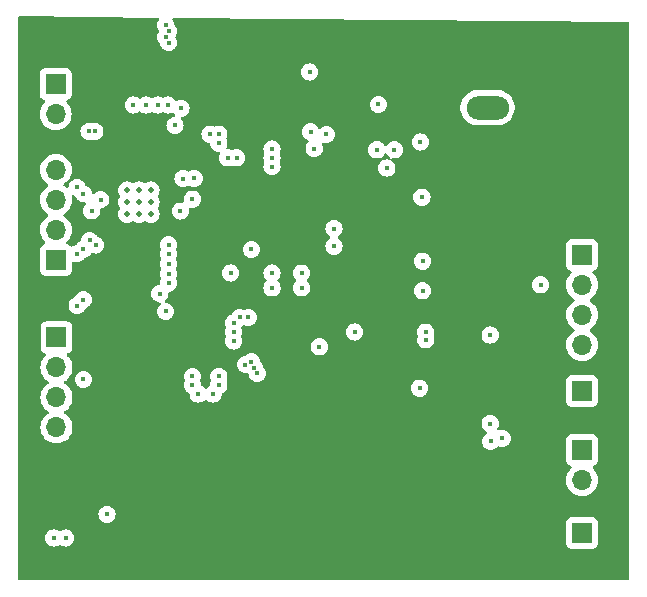
<source format=gbr>
%TF.GenerationSoftware,KiCad,Pcbnew,8.0.5*%
%TF.CreationDate,2024-10-31T12:59:41-07:00*%
%TF.ProjectId,team6_pcb,7465616d-365f-4706-9362-2e6b69636164,rev?*%
%TF.SameCoordinates,Original*%
%TF.FileFunction,Copper,L3,Inr*%
%TF.FilePolarity,Positive*%
%FSLAX46Y46*%
G04 Gerber Fmt 4.6, Leading zero omitted, Abs format (unit mm)*
G04 Created by KiCad (PCBNEW 8.0.5) date 2024-10-31 12:59:41*
%MOMM*%
%LPD*%
G01*
G04 APERTURE LIST*
G04 Aperture macros list*
%AMRoundRect*
0 Rectangle with rounded corners*
0 $1 Rounding radius*
0 $2 $3 $4 $5 $6 $7 $8 $9 X,Y pos of 4 corners*
0 Add a 4 corners polygon primitive as box body*
4,1,4,$2,$3,$4,$5,$6,$7,$8,$9,$2,$3,0*
0 Add four circle primitives for the rounded corners*
1,1,$1+$1,$2,$3*
1,1,$1+$1,$4,$5*
1,1,$1+$1,$6,$7*
1,1,$1+$1,$8,$9*
0 Add four rect primitives between the rounded corners*
20,1,$1+$1,$2,$3,$4,$5,0*
20,1,$1+$1,$4,$5,$6,$7,0*
20,1,$1+$1,$6,$7,$8,$9,0*
20,1,$1+$1,$8,$9,$2,$3,0*%
G04 Aperture macros list end*
%TA.AperFunction,ComponentPad*%
%ADD10RoundRect,0.250000X1.550000X-0.750000X1.550000X0.750000X-1.550000X0.750000X-1.550000X-0.750000X0*%
%TD*%
%TA.AperFunction,ComponentPad*%
%ADD11O,3.600000X2.000000*%
%TD*%
%TA.AperFunction,ComponentPad*%
%ADD12R,1.700000X1.700000*%
%TD*%
%TA.AperFunction,ComponentPad*%
%ADD13O,1.700000X1.700000*%
%TD*%
%TA.AperFunction,HeatsinkPad*%
%ADD14C,0.500000*%
%TD*%
%TA.AperFunction,ViaPad*%
%ADD15C,0.450000*%
%TD*%
G04 APERTURE END LIST*
D10*
%TO.N,VM*%
%TO.C,P9*%
X143000000Y-85000000D03*
D11*
%TO.N,GND*%
X143000000Y-80000000D03*
%TD*%
D12*
%TO.N,VCC_IO*%
%TO.C,P8*%
X106437500Y-78000000D03*
D13*
%TO.N,GND*%
X106437500Y-80540000D03*
%TD*%
D12*
%TO.N,Net-(IC1-DIR)*%
%TO.C,P2*%
X151000000Y-109000000D03*
D13*
%TO.N,Net-(IC1-STEP)*%
X151000000Y-111540000D03*
%TD*%
D12*
%TO.N,SG_TEST*%
%TO.C,P3*%
X106451400Y-92887800D03*
D13*
%TO.N,CLK16*%
X106451400Y-90347800D03*
%TO.N,DRV_EN*%
X106451400Y-87807800D03*
%TO.N,GND*%
X106451400Y-85267800D03*
%TD*%
D12*
%TO.N,A2*%
%TO.C,P10*%
X151000000Y-92460000D03*
D13*
%TO.N,A1*%
X151000000Y-95000000D03*
%TO.N,B1*%
X151000000Y-97540000D03*
%TO.N,B2*%
X151000000Y-100080000D03*
%TD*%
D12*
%TO.N,GND*%
%TO.C,P5*%
X151000000Y-116000000D03*
%TD*%
%TO.N,GND*%
%TO.C,P4*%
X151000000Y-104000000D03*
%TD*%
%TO.N,CSN*%
%TO.C,P1*%
X106500000Y-99450000D03*
D13*
%TO.N,SCK*%
X106500000Y-101990000D03*
%TO.N,SDI*%
X106500000Y-104530000D03*
%TO.N,SDO*%
X106500000Y-107070000D03*
%TD*%
D14*
%TO.N,GND*%
%TO.C,IC1*%
X114479200Y-87003000D03*
X113479200Y-87003000D03*
X112479200Y-87003000D03*
X114479200Y-88003000D03*
X113479200Y-88003000D03*
X112479200Y-88003000D03*
X114479200Y-89003000D03*
X113479200Y-89003000D03*
X112479200Y-89003000D03*
%TD*%
D15*
%TO.N,GND*%
X107281250Y-116437500D03*
X120250000Y-82250000D03*
X121750000Y-84250000D03*
X124750000Y-84250000D03*
X121500000Y-98250000D03*
X123000000Y-101500000D03*
X119750000Y-104250000D03*
X121000000Y-84250000D03*
X116000000Y-74500000D03*
X109750000Y-82000000D03*
X122500000Y-101750000D03*
X120250000Y-102750000D03*
X109250000Y-82000000D03*
X120250000Y-103500000D03*
X123250000Y-102000000D03*
X121500000Y-99000000D03*
X115750000Y-73000000D03*
X123500000Y-102500000D03*
X124750000Y-85000000D03*
X122750000Y-97750000D03*
X122000000Y-97750000D03*
X118500000Y-104250000D03*
X115750000Y-74000000D03*
X124750000Y-94000000D03*
X118000000Y-102750000D03*
X118000000Y-103500000D03*
X119500000Y-82250000D03*
X116000000Y-73500000D03*
X124750000Y-83500000D03*
X127250000Y-95250000D03*
X106281250Y-116437500D03*
X124750000Y-95250000D03*
X121500000Y-99750000D03*
X120250000Y-83000000D03*
X127250000Y-94000000D03*
%TO.N,VM*%
X121000000Y-88500000D03*
X135000000Y-106000000D03*
X137000000Y-82000000D03*
X135000000Y-90000000D03*
X136000000Y-98000000D03*
X137000000Y-105000000D03*
X124500000Y-87000000D03*
X127000000Y-104000000D03*
X127000000Y-102000000D03*
X127500000Y-88000000D03*
X122000000Y-87000000D03*
X117250000Y-90000000D03*
X126500000Y-88500000D03*
X126000000Y-97500000D03*
X126500000Y-90500000D03*
X137000000Y-89000000D03*
X121000000Y-87000000D03*
X121500000Y-88000000D03*
X136000000Y-90000000D03*
X127000000Y-100000000D03*
X127500000Y-92000000D03*
X137500000Y-97500000D03*
X137000000Y-97000000D03*
X137000000Y-106000000D03*
X127000000Y-103000000D03*
X125000000Y-97500000D03*
X127000000Y-98000000D03*
X136000000Y-106000000D03*
X122000000Y-88500000D03*
X137000000Y-81000000D03*
X124500000Y-92000000D03*
X135000000Y-82000000D03*
X125500000Y-90500000D03*
X137000000Y-98000000D03*
X137500000Y-105500000D03*
X127500000Y-91000000D03*
X127000000Y-99000000D03*
X135000000Y-98000000D03*
X126000000Y-104500000D03*
X125000000Y-104500000D03*
X127500000Y-87000000D03*
X124500000Y-88000000D03*
X125500000Y-101500000D03*
X124500000Y-91000000D03*
X125500000Y-100500000D03*
X137000000Y-90000000D03*
X125500000Y-88500000D03*
X137500000Y-89500000D03*
X137500000Y-81500000D03*
X136000000Y-82000000D03*
%TO.N,VCC_IO*%
X116535200Y-81508600D03*
X123000000Y-92000000D03*
X110781250Y-114437500D03*
X118000000Y-87750000D03*
X115250000Y-95750000D03*
%TO.N,HB2*%
X137250000Y-103750000D03*
X116000000Y-92400003D03*
%TO.N,A1*%
X130000000Y-90250000D03*
X114084465Y-79771800D03*
X147500000Y-95000000D03*
X128320800Y-83464400D03*
X130000000Y-91725000D03*
%TO.N,SDI*%
X108776098Y-91981063D03*
X108775000Y-87278000D03*
X108775000Y-96250000D03*
X108775000Y-103000000D03*
%TO.N,LA1*%
X134467600Y-85115400D03*
X113004600Y-79771800D03*
%TO.N,Net-(IC1-DIR)*%
X144246600Y-108000800D03*
X118160800Y-85979000D03*
%TO.N,SG_TEST*%
X117000000Y-88750000D03*
%TO.N,Net-(IC1-STEP)*%
X117221000Y-86004400D03*
%TO.N,LB2*%
X137775007Y-99649521D03*
X115750000Y-97250000D03*
X143225000Y-106750000D03*
X143250000Y-108250000D03*
%TO.N,HB1*%
X116000000Y-91600000D03*
X137500000Y-95500000D03*
%TO.N,SDO*%
X108250000Y-92362800D03*
X108250000Y-96750000D03*
X108250000Y-86750000D03*
%TO.N,A2*%
X137312400Y-82900000D03*
X127939800Y-76987400D03*
X115112800Y-79771800D03*
%TO.N,SCK*%
X109815621Y-91624843D03*
X110250000Y-87778000D03*
%TO.N,B2*%
X137750000Y-99000000D03*
X116000000Y-93250000D03*
X131750000Y-99000000D03*
X128750000Y-100250000D03*
X143225000Y-99250000D03*
%TO.N,CSN*%
X109487200Y-88728000D03*
X109300000Y-91229073D03*
%TO.N,B1*%
X116000000Y-94050003D03*
X121250000Y-94000000D03*
%TO.N,HA2*%
X133756400Y-79730600D03*
X129362200Y-82270600D03*
X128025600Y-82042000D03*
X115951000Y-79771800D03*
%TO.N,HA1*%
X133629400Y-83566000D03*
X137439400Y-87579200D03*
X135102600Y-83566000D03*
X117043200Y-80060800D03*
%TO.N,LB1*%
X116000000Y-94850006D03*
X137500000Y-93000000D03*
%TD*%
%TA.AperFunction,Conductor*%
%TO.N,VM*%
G36*
X115066651Y-72368672D02*
G01*
X115133502Y-72388976D01*
X115178766Y-72442201D01*
X115188069Y-72511449D01*
X115170494Y-72558638D01*
X115092210Y-72683225D01*
X115038212Y-72837544D01*
X115019909Y-72999996D01*
X115019909Y-73000003D01*
X115038212Y-73162455D01*
X115092210Y-73316774D01*
X115165886Y-73434028D01*
X115184886Y-73501265D01*
X115165886Y-73565972D01*
X115092210Y-73683225D01*
X115038212Y-73837544D01*
X115019909Y-73999996D01*
X115019909Y-74000003D01*
X115038212Y-74162455D01*
X115092210Y-74316774D01*
X115179192Y-74455204D01*
X115245058Y-74521070D01*
X115278543Y-74582393D01*
X115280597Y-74594867D01*
X115288212Y-74662455D01*
X115342210Y-74816774D01*
X115342211Y-74816775D01*
X115429192Y-74955204D01*
X115544796Y-75070808D01*
X115683225Y-75157789D01*
X115837539Y-75211786D01*
X115837542Y-75211786D01*
X115837544Y-75211787D01*
X115999996Y-75230091D01*
X116000000Y-75230091D01*
X116000004Y-75230091D01*
X116162455Y-75211787D01*
X116162456Y-75211786D01*
X116162461Y-75211786D01*
X116316775Y-75157789D01*
X116455204Y-75070808D01*
X116570808Y-74955204D01*
X116657789Y-74816775D01*
X116711786Y-74662461D01*
X116730091Y-74500000D01*
X116711786Y-74337539D01*
X116657789Y-74183225D01*
X116584113Y-74065971D01*
X116565113Y-73998736D01*
X116584114Y-73934027D01*
X116657788Y-73816776D01*
X116657789Y-73816775D01*
X116711786Y-73662461D01*
X116725044Y-73544796D01*
X116730091Y-73500003D01*
X116730091Y-73499996D01*
X116711787Y-73337544D01*
X116711786Y-73337542D01*
X116711786Y-73337539D01*
X116657789Y-73183225D01*
X116570808Y-73044796D01*
X116504940Y-72978928D01*
X116471455Y-72917605D01*
X116469403Y-72905146D01*
X116461786Y-72837539D01*
X116461785Y-72837536D01*
X116461784Y-72837531D01*
X116407790Y-72683227D01*
X116337517Y-72571388D01*
X116318517Y-72504152D01*
X116338885Y-72437316D01*
X116392152Y-72392102D01*
X116443653Y-72381422D01*
X154876652Y-72737283D01*
X154943502Y-72757587D01*
X154988766Y-72810812D01*
X154999500Y-72861277D01*
X154999500Y-119875500D01*
X154979815Y-119942539D01*
X154927011Y-119988294D01*
X154875500Y-119999500D01*
X103374500Y-119999500D01*
X103307461Y-119979815D01*
X103261706Y-119927011D01*
X103250500Y-119875500D01*
X103250500Y-116437496D01*
X105551159Y-116437496D01*
X105551159Y-116437503D01*
X105569462Y-116599955D01*
X105623460Y-116754274D01*
X105623461Y-116754275D01*
X105710442Y-116892704D01*
X105826046Y-117008308D01*
X105964475Y-117095289D01*
X106118789Y-117149286D01*
X106118792Y-117149286D01*
X106118794Y-117149287D01*
X106281246Y-117167591D01*
X106281250Y-117167591D01*
X106281254Y-117167591D01*
X106443705Y-117149287D01*
X106443706Y-117149286D01*
X106443711Y-117149286D01*
X106598025Y-117095289D01*
X106715278Y-117021613D01*
X106782514Y-117002613D01*
X106847221Y-117021613D01*
X106921027Y-117067989D01*
X106959773Y-117092335D01*
X106964475Y-117095289D01*
X107118789Y-117149286D01*
X107118792Y-117149286D01*
X107118794Y-117149287D01*
X107281246Y-117167591D01*
X107281250Y-117167591D01*
X107281254Y-117167591D01*
X107443705Y-117149287D01*
X107443706Y-117149286D01*
X107443711Y-117149286D01*
X107598025Y-117095289D01*
X107736454Y-117008308D01*
X107852058Y-116892704D01*
X107939039Y-116754275D01*
X107993036Y-116599961D01*
X108011341Y-116437500D01*
X107993036Y-116275039D01*
X107939039Y-116120725D01*
X107852058Y-115982296D01*
X107736454Y-115866692D01*
X107715278Y-115853386D01*
X107598024Y-115779710D01*
X107443705Y-115725712D01*
X107281254Y-115707409D01*
X107281246Y-115707409D01*
X107118794Y-115725712D01*
X106964475Y-115779710D01*
X106847222Y-115853386D01*
X106779985Y-115872386D01*
X106715278Y-115853386D01*
X106598024Y-115779710D01*
X106443705Y-115725712D01*
X106281254Y-115707409D01*
X106281246Y-115707409D01*
X106118794Y-115725712D01*
X105964475Y-115779710D01*
X105826045Y-115866692D01*
X105710442Y-115982295D01*
X105623460Y-116120725D01*
X105569462Y-116275044D01*
X105551159Y-116437496D01*
X103250500Y-116437496D01*
X103250500Y-114437496D01*
X110051159Y-114437496D01*
X110051159Y-114437503D01*
X110069462Y-114599955D01*
X110123460Y-114754274D01*
X110147451Y-114792455D01*
X110210442Y-114892704D01*
X110326046Y-115008308D01*
X110464475Y-115095289D01*
X110618789Y-115149286D01*
X110618792Y-115149286D01*
X110618794Y-115149287D01*
X110781246Y-115167591D01*
X110781250Y-115167591D01*
X110781254Y-115167591D01*
X110943705Y-115149287D01*
X110943706Y-115149286D01*
X110943711Y-115149286D01*
X111078460Y-115102135D01*
X149649500Y-115102135D01*
X149649500Y-116897870D01*
X149649501Y-116897876D01*
X149655908Y-116957483D01*
X149706202Y-117092328D01*
X149706206Y-117092335D01*
X149792452Y-117207544D01*
X149792455Y-117207547D01*
X149907664Y-117293793D01*
X149907671Y-117293797D01*
X150042517Y-117344091D01*
X150042516Y-117344091D01*
X150049444Y-117344835D01*
X150102127Y-117350500D01*
X151897872Y-117350499D01*
X151957483Y-117344091D01*
X152092331Y-117293796D01*
X152207546Y-117207546D01*
X152293796Y-117092331D01*
X152344091Y-116957483D01*
X152350500Y-116897873D01*
X152350499Y-115102128D01*
X152344091Y-115042517D01*
X152293796Y-114907669D01*
X152293795Y-114907668D01*
X152293793Y-114907664D01*
X152207547Y-114792455D01*
X152207544Y-114792452D01*
X152092335Y-114706206D01*
X152092328Y-114706202D01*
X151957482Y-114655908D01*
X151957483Y-114655908D01*
X151897883Y-114649501D01*
X151897881Y-114649500D01*
X151897873Y-114649500D01*
X151897864Y-114649500D01*
X150102129Y-114649500D01*
X150102123Y-114649501D01*
X150042516Y-114655908D01*
X149907671Y-114706202D01*
X149907664Y-114706206D01*
X149792455Y-114792452D01*
X149792452Y-114792455D01*
X149706206Y-114907664D01*
X149706202Y-114907671D01*
X149655908Y-115042517D01*
X149650235Y-115095289D01*
X149649501Y-115102123D01*
X149649500Y-115102135D01*
X111078460Y-115102135D01*
X111098025Y-115095289D01*
X111236454Y-115008308D01*
X111352058Y-114892704D01*
X111439039Y-114754275D01*
X111493036Y-114599961D01*
X111511341Y-114437500D01*
X111493036Y-114275039D01*
X111439039Y-114120725D01*
X111352058Y-113982296D01*
X111236454Y-113866692D01*
X111098024Y-113779710D01*
X110943705Y-113725712D01*
X110781254Y-113707409D01*
X110781246Y-113707409D01*
X110618794Y-113725712D01*
X110464475Y-113779710D01*
X110326045Y-113866692D01*
X110210442Y-113982295D01*
X110123460Y-114120725D01*
X110069462Y-114275044D01*
X110051159Y-114437496D01*
X103250500Y-114437496D01*
X103250500Y-111539999D01*
X149644341Y-111539999D01*
X149644341Y-111540000D01*
X149664936Y-111775403D01*
X149664938Y-111775413D01*
X149726094Y-112003655D01*
X149726096Y-112003659D01*
X149726097Y-112003663D01*
X149825965Y-112217830D01*
X149825967Y-112217834D01*
X149934281Y-112372521D01*
X149961505Y-112411401D01*
X150128599Y-112578495D01*
X150225384Y-112646265D01*
X150322165Y-112714032D01*
X150322167Y-112714033D01*
X150322170Y-112714035D01*
X150536337Y-112813903D01*
X150764592Y-112875063D01*
X150952918Y-112891539D01*
X150999999Y-112895659D01*
X151000000Y-112895659D01*
X151000001Y-112895659D01*
X151039234Y-112892226D01*
X151235408Y-112875063D01*
X151463663Y-112813903D01*
X151677830Y-112714035D01*
X151871401Y-112578495D01*
X152038495Y-112411401D01*
X152174035Y-112217830D01*
X152273903Y-112003663D01*
X152335063Y-111775408D01*
X152355659Y-111540000D01*
X152335063Y-111304592D01*
X152273903Y-111076337D01*
X152174035Y-110862171D01*
X152038495Y-110668599D01*
X151916567Y-110546671D01*
X151883084Y-110485351D01*
X151888068Y-110415659D01*
X151929939Y-110359725D01*
X151960915Y-110342810D01*
X152092331Y-110293796D01*
X152207546Y-110207546D01*
X152293796Y-110092331D01*
X152344091Y-109957483D01*
X152350500Y-109897873D01*
X152350499Y-108102128D01*
X152344091Y-108042517D01*
X152293796Y-107907669D01*
X152293795Y-107907668D01*
X152293793Y-107907664D01*
X152207547Y-107792455D01*
X152207544Y-107792452D01*
X152092335Y-107706206D01*
X152092328Y-107706202D01*
X151957482Y-107655908D01*
X151957483Y-107655908D01*
X151897883Y-107649501D01*
X151897881Y-107649500D01*
X151897873Y-107649500D01*
X151897864Y-107649500D01*
X150102129Y-107649500D01*
X150102123Y-107649501D01*
X150042516Y-107655908D01*
X149907671Y-107706202D01*
X149907664Y-107706206D01*
X149792455Y-107792452D01*
X149792452Y-107792455D01*
X149706206Y-107907664D01*
X149706202Y-107907671D01*
X149655908Y-108042517D01*
X149651068Y-108087539D01*
X149649501Y-108102123D01*
X149649500Y-108102135D01*
X149649500Y-109897870D01*
X149649501Y-109897876D01*
X149655908Y-109957483D01*
X149706202Y-110092328D01*
X149706206Y-110092335D01*
X149792452Y-110207544D01*
X149792455Y-110207547D01*
X149907664Y-110293793D01*
X149907671Y-110293797D01*
X150039081Y-110342810D01*
X150095015Y-110384681D01*
X150119432Y-110450145D01*
X150104580Y-110518418D01*
X150083430Y-110546673D01*
X149961503Y-110668600D01*
X149825965Y-110862169D01*
X149825964Y-110862171D01*
X149726098Y-111076335D01*
X149726094Y-111076344D01*
X149664938Y-111304586D01*
X149664936Y-111304596D01*
X149644341Y-111539999D01*
X103250500Y-111539999D01*
X103250500Y-101989999D01*
X105144341Y-101989999D01*
X105144341Y-101990000D01*
X105164936Y-102225403D01*
X105164938Y-102225413D01*
X105226094Y-102453655D01*
X105226096Y-102453659D01*
X105226097Y-102453663D01*
X105268593Y-102544795D01*
X105325965Y-102667830D01*
X105325967Y-102667834D01*
X105461501Y-102861395D01*
X105461506Y-102861402D01*
X105628597Y-103028493D01*
X105628603Y-103028498D01*
X105814158Y-103158425D01*
X105857783Y-103213002D01*
X105864977Y-103282500D01*
X105833454Y-103344855D01*
X105814158Y-103361575D01*
X105628597Y-103491505D01*
X105461505Y-103658597D01*
X105325965Y-103852169D01*
X105325964Y-103852171D01*
X105226098Y-104066335D01*
X105226094Y-104066344D01*
X105164938Y-104294586D01*
X105164936Y-104294596D01*
X105144341Y-104529999D01*
X105144341Y-104530000D01*
X105164936Y-104765403D01*
X105164938Y-104765413D01*
X105226094Y-104993655D01*
X105226096Y-104993659D01*
X105226097Y-104993663D01*
X105272107Y-105092331D01*
X105325965Y-105207830D01*
X105325967Y-105207834D01*
X105461501Y-105401395D01*
X105461506Y-105401402D01*
X105628597Y-105568493D01*
X105628603Y-105568498D01*
X105814158Y-105698425D01*
X105857783Y-105753002D01*
X105864977Y-105822500D01*
X105833454Y-105884855D01*
X105814158Y-105901575D01*
X105628597Y-106031505D01*
X105461505Y-106198597D01*
X105325965Y-106392169D01*
X105325964Y-106392171D01*
X105226098Y-106606335D01*
X105226094Y-106606344D01*
X105164938Y-106834586D01*
X105164936Y-106834596D01*
X105144341Y-107069999D01*
X105144341Y-107070000D01*
X105164936Y-107305403D01*
X105164938Y-107305413D01*
X105226094Y-107533655D01*
X105226096Y-107533659D01*
X105226097Y-107533663D01*
X105306555Y-107706206D01*
X105325965Y-107747830D01*
X105325967Y-107747834D01*
X105434281Y-107902521D01*
X105461505Y-107941401D01*
X105628599Y-108108495D01*
X105706804Y-108163255D01*
X105822165Y-108244032D01*
X105822167Y-108244033D01*
X105822170Y-108244035D01*
X106036337Y-108343903D01*
X106264592Y-108405063D01*
X106452918Y-108421539D01*
X106499999Y-108425659D01*
X106500000Y-108425659D01*
X106500001Y-108425659D01*
X106539234Y-108422226D01*
X106735408Y-108405063D01*
X106963663Y-108343903D01*
X107177830Y-108244035D01*
X107371401Y-108108495D01*
X107538495Y-107941401D01*
X107674035Y-107747830D01*
X107773903Y-107533663D01*
X107835063Y-107305408D01*
X107855659Y-107070000D01*
X107835063Y-106834592D01*
X107812396Y-106749996D01*
X142494909Y-106749996D01*
X142494909Y-106750003D01*
X142513212Y-106912455D01*
X142567210Y-107066774D01*
X142654192Y-107205204D01*
X142769795Y-107320807D01*
X142769801Y-107320812D01*
X142900380Y-107402861D01*
X142946671Y-107455195D01*
X142957319Y-107524249D01*
X142928944Y-107588097D01*
X142900381Y-107612847D01*
X142794798Y-107679190D01*
X142794795Y-107679192D01*
X142679192Y-107794795D01*
X142592210Y-107933225D01*
X142538212Y-108087544D01*
X142519909Y-108249996D01*
X142519909Y-108250003D01*
X142538212Y-108412455D01*
X142592210Y-108566774D01*
X142627334Y-108622673D01*
X142679192Y-108705204D01*
X142794796Y-108820808D01*
X142933225Y-108907789D01*
X143087539Y-108961786D01*
X143087542Y-108961786D01*
X143087544Y-108961787D01*
X143249996Y-108980091D01*
X143250000Y-108980091D01*
X143250004Y-108980091D01*
X143412455Y-108961787D01*
X143412456Y-108961786D01*
X143412461Y-108961786D01*
X143566775Y-108907789D01*
X143705204Y-108820808D01*
X143820808Y-108705204D01*
X143820808Y-108705203D01*
X143825732Y-108700280D01*
X143827247Y-108701795D01*
X143875977Y-108667585D01*
X143945789Y-108664729D01*
X143956699Y-108667992D01*
X144084139Y-108712586D01*
X144084142Y-108712586D01*
X144084144Y-108712587D01*
X144246596Y-108730891D01*
X144246600Y-108730891D01*
X144246604Y-108730891D01*
X144409055Y-108712587D01*
X144409056Y-108712586D01*
X144409061Y-108712586D01*
X144563375Y-108658589D01*
X144701804Y-108571608D01*
X144817408Y-108456004D01*
X144904389Y-108317575D01*
X144958386Y-108163261D01*
X144958387Y-108163255D01*
X144976691Y-108000803D01*
X144976691Y-108000796D01*
X144958387Y-107838344D01*
X144958386Y-107838342D01*
X144958386Y-107838339D01*
X144904389Y-107684025D01*
X144817408Y-107545596D01*
X144701804Y-107429992D01*
X144666468Y-107407789D01*
X144563374Y-107343010D01*
X144409055Y-107289012D01*
X144246604Y-107270709D01*
X144246596Y-107270709D01*
X144084143Y-107289012D01*
X143981528Y-107324918D01*
X143911749Y-107328479D01*
X143851122Y-107293749D01*
X143818896Y-107231756D01*
X143825302Y-107162180D01*
X143835578Y-107141909D01*
X143882789Y-107066775D01*
X143936786Y-106912461D01*
X143936787Y-106912455D01*
X143955091Y-106750003D01*
X143955091Y-106749996D01*
X143936787Y-106587544D01*
X143936786Y-106587542D01*
X143936786Y-106587539D01*
X143882789Y-106433225D01*
X143795808Y-106294796D01*
X143680204Y-106179192D01*
X143541774Y-106092210D01*
X143387455Y-106038212D01*
X143225004Y-106019909D01*
X143224996Y-106019909D01*
X143062544Y-106038212D01*
X142908225Y-106092210D01*
X142769795Y-106179192D01*
X142654192Y-106294795D01*
X142567210Y-106433225D01*
X142513212Y-106587544D01*
X142494909Y-106749996D01*
X107812396Y-106749996D01*
X107773903Y-106606337D01*
X107674035Y-106392171D01*
X107538495Y-106198599D01*
X107538494Y-106198597D01*
X107371402Y-106031506D01*
X107371396Y-106031501D01*
X107185842Y-105901575D01*
X107142217Y-105846998D01*
X107135023Y-105777500D01*
X107166546Y-105715145D01*
X107185842Y-105698425D01*
X107208026Y-105682891D01*
X107371401Y-105568495D01*
X107538495Y-105401401D01*
X107674035Y-105207830D01*
X107773903Y-104993663D01*
X107835063Y-104765408D01*
X107855659Y-104530000D01*
X107835063Y-104294592D01*
X107773903Y-104066337D01*
X107674035Y-103852171D01*
X107630369Y-103789808D01*
X107538494Y-103658597D01*
X107371402Y-103491506D01*
X107371396Y-103491501D01*
X107185842Y-103361575D01*
X107142217Y-103306998D01*
X107135023Y-103237500D01*
X107166546Y-103175145D01*
X107185842Y-103158425D01*
X107266242Y-103102128D01*
X107371401Y-103028495D01*
X107399900Y-102999996D01*
X108044909Y-102999996D01*
X108044909Y-103000003D01*
X108063212Y-103162455D01*
X108117210Y-103316774D01*
X108130261Y-103337544D01*
X108204192Y-103455204D01*
X108319796Y-103570808D01*
X108458225Y-103657789D01*
X108612539Y-103711786D01*
X108612542Y-103711786D01*
X108612544Y-103711787D01*
X108774996Y-103730091D01*
X108775000Y-103730091D01*
X108775004Y-103730091D01*
X108937455Y-103711787D01*
X108937456Y-103711786D01*
X108937461Y-103711786D01*
X109091775Y-103657789D01*
X109230204Y-103570808D01*
X109345808Y-103455204D01*
X109432789Y-103316775D01*
X109486786Y-103162461D01*
X109487241Y-103158425D01*
X109505091Y-103000003D01*
X109505091Y-102999996D01*
X109486787Y-102837544D01*
X109486786Y-102837542D01*
X109486786Y-102837539D01*
X109456153Y-102749996D01*
X117269909Y-102749996D01*
X117269909Y-102750003D01*
X117288212Y-102912455D01*
X117342211Y-103066778D01*
X117344342Y-103071202D01*
X117355692Y-103140143D01*
X117344342Y-103178798D01*
X117342211Y-103183221D01*
X117288212Y-103337544D01*
X117269909Y-103499996D01*
X117269909Y-103500003D01*
X117288212Y-103662455D01*
X117342210Y-103816774D01*
X117364452Y-103852171D01*
X117429192Y-103955204D01*
X117544796Y-104070808D01*
X117683223Y-104157788D01*
X117683225Y-104157789D01*
X117689101Y-104159845D01*
X117745880Y-104200563D01*
X117771374Y-104263006D01*
X117788212Y-104412455D01*
X117842210Y-104566774D01*
X117842211Y-104566775D01*
X117929192Y-104705204D01*
X118044796Y-104820808D01*
X118183225Y-104907789D01*
X118337539Y-104961786D01*
X118337542Y-104961786D01*
X118337544Y-104961787D01*
X118499996Y-104980091D01*
X118500000Y-104980091D01*
X118500004Y-104980091D01*
X118662455Y-104961787D01*
X118662456Y-104961786D01*
X118662461Y-104961786D01*
X118816775Y-104907789D01*
X118955204Y-104820808D01*
X119037319Y-104738693D01*
X119098642Y-104705208D01*
X119168334Y-104710192D01*
X119212681Y-104738693D01*
X119294796Y-104820808D01*
X119433225Y-104907789D01*
X119587539Y-104961786D01*
X119587542Y-104961786D01*
X119587544Y-104961787D01*
X119749996Y-104980091D01*
X119750000Y-104980091D01*
X119750004Y-104980091D01*
X119912455Y-104961787D01*
X119912456Y-104961786D01*
X119912461Y-104961786D01*
X120066775Y-104907789D01*
X120205204Y-104820808D01*
X120320808Y-104705204D01*
X120407789Y-104566775D01*
X120461786Y-104412461D01*
X120462313Y-104407789D01*
X120475066Y-104294596D01*
X120478625Y-104263004D01*
X120505691Y-104198592D01*
X120560896Y-104159845D01*
X120566775Y-104157789D01*
X120705204Y-104070808D01*
X120820808Y-103955204D01*
X120907789Y-103816775D01*
X120931156Y-103749996D01*
X136519909Y-103749996D01*
X136519909Y-103750003D01*
X136538212Y-103912455D01*
X136592210Y-104066774D01*
X136592211Y-104066775D01*
X136679192Y-104205204D01*
X136794796Y-104320808D01*
X136933225Y-104407789D01*
X137087539Y-104461786D01*
X137087542Y-104461786D01*
X137087544Y-104461787D01*
X137249996Y-104480091D01*
X137250000Y-104480091D01*
X137250004Y-104480091D01*
X137412455Y-104461787D01*
X137412456Y-104461786D01*
X137412461Y-104461786D01*
X137566775Y-104407789D01*
X137705204Y-104320808D01*
X137820808Y-104205204D01*
X137907789Y-104066775D01*
X137961786Y-103912461D01*
X137961787Y-103912455D01*
X137980091Y-103750003D01*
X137980091Y-103749996D01*
X137961787Y-103587544D01*
X137961786Y-103587542D01*
X137961786Y-103587539D01*
X137907789Y-103433225D01*
X137820808Y-103294796D01*
X137705204Y-103179192D01*
X137672154Y-103158425D01*
X137582569Y-103102135D01*
X149649500Y-103102135D01*
X149649500Y-104897870D01*
X149649501Y-104897876D01*
X149655908Y-104957483D01*
X149706202Y-105092328D01*
X149706206Y-105092335D01*
X149792452Y-105207544D01*
X149792455Y-105207547D01*
X149907664Y-105293793D01*
X149907671Y-105293797D01*
X150042517Y-105344091D01*
X150042516Y-105344091D01*
X150049444Y-105344835D01*
X150102127Y-105350500D01*
X151897872Y-105350499D01*
X151957483Y-105344091D01*
X152092331Y-105293796D01*
X152207546Y-105207546D01*
X152293796Y-105092331D01*
X152344091Y-104957483D01*
X152350500Y-104897873D01*
X152350499Y-103102128D01*
X152344091Y-103042517D01*
X152342485Y-103038212D01*
X152293797Y-102907671D01*
X152293793Y-102907664D01*
X152207547Y-102792455D01*
X152207544Y-102792452D01*
X152092335Y-102706206D01*
X152092328Y-102706202D01*
X151957482Y-102655908D01*
X151957483Y-102655908D01*
X151897883Y-102649501D01*
X151897881Y-102649500D01*
X151897873Y-102649500D01*
X151897864Y-102649500D01*
X150102129Y-102649500D01*
X150102123Y-102649501D01*
X150042516Y-102655908D01*
X149907671Y-102706202D01*
X149907664Y-102706206D01*
X149792455Y-102792452D01*
X149792452Y-102792455D01*
X149706206Y-102907664D01*
X149706202Y-102907671D01*
X149655908Y-103042517D01*
X149650566Y-103092210D01*
X149649501Y-103102123D01*
X149649500Y-103102135D01*
X137582569Y-103102135D01*
X137566774Y-103092210D01*
X137412455Y-103038212D01*
X137250004Y-103019909D01*
X137249996Y-103019909D01*
X137087544Y-103038212D01*
X136933225Y-103092210D01*
X136794795Y-103179192D01*
X136679192Y-103294795D01*
X136592210Y-103433225D01*
X136538212Y-103587544D01*
X136519909Y-103749996D01*
X120931156Y-103749996D01*
X120961786Y-103662461D01*
X120962221Y-103658599D01*
X120980091Y-103500003D01*
X120980091Y-103499996D01*
X120961787Y-103337542D01*
X120907792Y-103183233D01*
X120907791Y-103183231D01*
X120907789Y-103183225D01*
X120907785Y-103183219D01*
X120905660Y-103178807D01*
X120894305Y-103109866D01*
X120905660Y-103071193D01*
X120907783Y-103066784D01*
X120907789Y-103066775D01*
X120961786Y-102912461D01*
X120961786Y-102912459D01*
X120961787Y-102912457D01*
X120980091Y-102750003D01*
X120980091Y-102749996D01*
X120961787Y-102587544D01*
X120961786Y-102587542D01*
X120961786Y-102587539D01*
X120907789Y-102433225D01*
X120820808Y-102294796D01*
X120705204Y-102179192D01*
X120566774Y-102092210D01*
X120412455Y-102038212D01*
X120250004Y-102019909D01*
X120249996Y-102019909D01*
X120087544Y-102038212D01*
X119933225Y-102092210D01*
X119794795Y-102179192D01*
X119679192Y-102294795D01*
X119592210Y-102433225D01*
X119538212Y-102587544D01*
X119519909Y-102749996D01*
X119519909Y-102750003D01*
X119538212Y-102912455D01*
X119592211Y-103066778D01*
X119594342Y-103071202D01*
X119605692Y-103140143D01*
X119594342Y-103178798D01*
X119592211Y-103183221D01*
X119538212Y-103337544D01*
X119521373Y-103486994D01*
X119494306Y-103551408D01*
X119439120Y-103590147D01*
X119433229Y-103592208D01*
X119294795Y-103679192D01*
X119212681Y-103761307D01*
X119151358Y-103794792D01*
X119081666Y-103789808D01*
X119037319Y-103761307D01*
X118955204Y-103679192D01*
X118816777Y-103592212D01*
X118816771Y-103592209D01*
X118810884Y-103590149D01*
X118754110Y-103549425D01*
X118728625Y-103486994D01*
X118721723Y-103425739D01*
X118711787Y-103337542D01*
X118657792Y-103183233D01*
X118657791Y-103183231D01*
X118657789Y-103183225D01*
X118657785Y-103183219D01*
X118655660Y-103178807D01*
X118644305Y-103109866D01*
X118655660Y-103071193D01*
X118657783Y-103066784D01*
X118657789Y-103066775D01*
X118711786Y-102912461D01*
X118711786Y-102912459D01*
X118711787Y-102912457D01*
X118730091Y-102750003D01*
X118730091Y-102749996D01*
X118711787Y-102587544D01*
X118711786Y-102587542D01*
X118711786Y-102587539D01*
X118657789Y-102433225D01*
X118570808Y-102294796D01*
X118455204Y-102179192D01*
X118316774Y-102092210D01*
X118162455Y-102038212D01*
X118000004Y-102019909D01*
X117999996Y-102019909D01*
X117837544Y-102038212D01*
X117683225Y-102092210D01*
X117544795Y-102179192D01*
X117429192Y-102294795D01*
X117342210Y-102433225D01*
X117288212Y-102587544D01*
X117269909Y-102749996D01*
X109456153Y-102749996D01*
X109432789Y-102683225D01*
X109345808Y-102544796D01*
X109230204Y-102429192D01*
X109091774Y-102342210D01*
X108937455Y-102288212D01*
X108775004Y-102269909D01*
X108774996Y-102269909D01*
X108612544Y-102288212D01*
X108458225Y-102342210D01*
X108319795Y-102429192D01*
X108204192Y-102544795D01*
X108117210Y-102683225D01*
X108063212Y-102837544D01*
X108044909Y-102999996D01*
X107399900Y-102999996D01*
X107538495Y-102861401D01*
X107674035Y-102667830D01*
X107773903Y-102453663D01*
X107835063Y-102225408D01*
X107855659Y-101990000D01*
X107835063Y-101754592D01*
X107833832Y-101749996D01*
X121769909Y-101749996D01*
X121769909Y-101750003D01*
X121788212Y-101912455D01*
X121842210Y-102066774D01*
X121915382Y-102183225D01*
X121929192Y-102205204D01*
X122044796Y-102320808D01*
X122183225Y-102407789D01*
X122337539Y-102461786D01*
X122337542Y-102461786D01*
X122337544Y-102461787D01*
X122499996Y-102480091D01*
X122500000Y-102480091D01*
X122500002Y-102480091D01*
X122553361Y-102474078D01*
X122624074Y-102466111D01*
X122692895Y-102478165D01*
X122725638Y-102501650D01*
X122745058Y-102521070D01*
X122778543Y-102582393D01*
X122780597Y-102594867D01*
X122788212Y-102662455D01*
X122842210Y-102816774D01*
X122899324Y-102907669D01*
X122929192Y-102955204D01*
X123044796Y-103070808D01*
X123183225Y-103157789D01*
X123337539Y-103211786D01*
X123337542Y-103211786D01*
X123337544Y-103211787D01*
X123499996Y-103230091D01*
X123500000Y-103230091D01*
X123500004Y-103230091D01*
X123662455Y-103211787D01*
X123662456Y-103211786D01*
X123662461Y-103211786D01*
X123816775Y-103157789D01*
X123955204Y-103070808D01*
X124070808Y-102955204D01*
X124157789Y-102816775D01*
X124211786Y-102662461D01*
X124211787Y-102662455D01*
X124230091Y-102500003D01*
X124230091Y-102499996D01*
X124211787Y-102337544D01*
X124211786Y-102337542D01*
X124211786Y-102337539D01*
X124157789Y-102183225D01*
X124070808Y-102044796D01*
X124004940Y-101978928D01*
X123971455Y-101917605D01*
X123969403Y-101905146D01*
X123961786Y-101837539D01*
X123961785Y-101837536D01*
X123961784Y-101837531D01*
X123907790Y-101683227D01*
X123820807Y-101544795D01*
X123754940Y-101478928D01*
X123721455Y-101417605D01*
X123719403Y-101405146D01*
X123711786Y-101337539D01*
X123711785Y-101337536D01*
X123711784Y-101337531D01*
X123657790Y-101183227D01*
X123617182Y-101118600D01*
X123570808Y-101044796D01*
X123455204Y-100929192D01*
X123316774Y-100842210D01*
X123179256Y-100794091D01*
X123162461Y-100788214D01*
X123162460Y-100788213D01*
X123162455Y-100788212D01*
X123000004Y-100769909D01*
X122999996Y-100769909D01*
X122837544Y-100788212D01*
X122683225Y-100842210D01*
X122544792Y-100929194D01*
X122544791Y-100929195D01*
X122478926Y-100995059D01*
X122417602Y-101028544D01*
X122405131Y-101030597D01*
X122337544Y-101038212D01*
X122183225Y-101092210D01*
X122044795Y-101179192D01*
X121929192Y-101294795D01*
X121842210Y-101433225D01*
X121788212Y-101587544D01*
X121769909Y-101749996D01*
X107833832Y-101749996D01*
X107773903Y-101526337D01*
X107674035Y-101312171D01*
X107661868Y-101294795D01*
X107538496Y-101118600D01*
X107512106Y-101092210D01*
X107416567Y-100996671D01*
X107383084Y-100935351D01*
X107388068Y-100865659D01*
X107429939Y-100809725D01*
X107460915Y-100792810D01*
X107592331Y-100743796D01*
X107707546Y-100657546D01*
X107793796Y-100542331D01*
X107844091Y-100407483D01*
X107850500Y-100347873D01*
X107850499Y-98552128D01*
X107844091Y-98492517D01*
X107839456Y-98480091D01*
X107793797Y-98357671D01*
X107793793Y-98357664D01*
X107713192Y-98249996D01*
X120769909Y-98249996D01*
X120769909Y-98250003D01*
X120788212Y-98412455D01*
X120842211Y-98566778D01*
X120844342Y-98571202D01*
X120855692Y-98640143D01*
X120844342Y-98678798D01*
X120842211Y-98683221D01*
X120788212Y-98837544D01*
X120769909Y-98999996D01*
X120769909Y-99000003D01*
X120788212Y-99162455D01*
X120842211Y-99316778D01*
X120844342Y-99321202D01*
X120855692Y-99390143D01*
X120844342Y-99428798D01*
X120842211Y-99433221D01*
X120788212Y-99587544D01*
X120769909Y-99749996D01*
X120769909Y-99750003D01*
X120788212Y-99912455D01*
X120842210Y-100066774D01*
X120929192Y-100205204D01*
X121044796Y-100320808D01*
X121183225Y-100407789D01*
X121337539Y-100461786D01*
X121337542Y-100461786D01*
X121337544Y-100461787D01*
X121499996Y-100480091D01*
X121500000Y-100480091D01*
X121500004Y-100480091D01*
X121662455Y-100461787D01*
X121662456Y-100461786D01*
X121662461Y-100461786D01*
X121816775Y-100407789D01*
X121955204Y-100320808D01*
X122026016Y-100249996D01*
X128019909Y-100249996D01*
X128019909Y-100250003D01*
X128038212Y-100412455D01*
X128092210Y-100566774D01*
X128092211Y-100566775D01*
X128179192Y-100705204D01*
X128294796Y-100820808D01*
X128433225Y-100907789D01*
X128587539Y-100961786D01*
X128587542Y-100961786D01*
X128587544Y-100961787D01*
X128749996Y-100980091D01*
X128750000Y-100980091D01*
X128750004Y-100980091D01*
X128912455Y-100961787D01*
X128912456Y-100961786D01*
X128912461Y-100961786D01*
X129066775Y-100907789D01*
X129205204Y-100820808D01*
X129320808Y-100705204D01*
X129407789Y-100566775D01*
X129461786Y-100412461D01*
X129461787Y-100412455D01*
X129480091Y-100250003D01*
X129480091Y-100249996D01*
X129461787Y-100087544D01*
X129461786Y-100087542D01*
X129461786Y-100087539D01*
X129407789Y-99933225D01*
X129320808Y-99794796D01*
X129205204Y-99679192D01*
X129066774Y-99592210D01*
X128912455Y-99538212D01*
X128750004Y-99519909D01*
X128749996Y-99519909D01*
X128587544Y-99538212D01*
X128433225Y-99592210D01*
X128294795Y-99679192D01*
X128179192Y-99794795D01*
X128092210Y-99933225D01*
X128038212Y-100087544D01*
X128019909Y-100249996D01*
X122026016Y-100249996D01*
X122070808Y-100205204D01*
X122157789Y-100066775D01*
X122211786Y-99912461D01*
X122211787Y-99912455D01*
X122230091Y-99750003D01*
X122230091Y-99749996D01*
X122211787Y-99587542D01*
X122157792Y-99433233D01*
X122157791Y-99433231D01*
X122157789Y-99433225D01*
X122157785Y-99433219D01*
X122155660Y-99428807D01*
X122144305Y-99359866D01*
X122155660Y-99321193D01*
X122157783Y-99316784D01*
X122157789Y-99316775D01*
X122211786Y-99162461D01*
X122211786Y-99162459D01*
X122211787Y-99162457D01*
X122230091Y-99000003D01*
X122230091Y-98999996D01*
X131019909Y-98999996D01*
X131019909Y-99000003D01*
X131038212Y-99162455D01*
X131092210Y-99316774D01*
X131102246Y-99332746D01*
X131179192Y-99455204D01*
X131294796Y-99570808D01*
X131433225Y-99657789D01*
X131587539Y-99711786D01*
X131587542Y-99711786D01*
X131587544Y-99711787D01*
X131749996Y-99730091D01*
X131750000Y-99730091D01*
X131750004Y-99730091D01*
X131912455Y-99711787D01*
X131912456Y-99711786D01*
X131912461Y-99711786D01*
X132066775Y-99657789D01*
X132205204Y-99570808D01*
X132320808Y-99455204D01*
X132407789Y-99316775D01*
X132461786Y-99162461D01*
X132470228Y-99087539D01*
X132480091Y-99000003D01*
X132480091Y-98999996D01*
X137019909Y-98999996D01*
X137019909Y-99000003D01*
X137038212Y-99162454D01*
X137038213Y-99162459D01*
X137038214Y-99162461D01*
X137086856Y-99301470D01*
X137093178Y-99319538D01*
X137096739Y-99389316D01*
X137093178Y-99401446D01*
X137063220Y-99487062D01*
X137044916Y-99649517D01*
X137044916Y-99649524D01*
X137063219Y-99811976D01*
X137117217Y-99966295D01*
X137117218Y-99966296D01*
X137204199Y-100104725D01*
X137319803Y-100220329D01*
X137458232Y-100307310D01*
X137612546Y-100361307D01*
X137612549Y-100361307D01*
X137612551Y-100361308D01*
X137775003Y-100379612D01*
X137775007Y-100379612D01*
X137775011Y-100379612D01*
X137937462Y-100361308D01*
X137937463Y-100361307D01*
X137937468Y-100361307D01*
X138091782Y-100307310D01*
X138230211Y-100220329D01*
X138345815Y-100104725D01*
X138432796Y-99966296D01*
X138486793Y-99811982D01*
X138486794Y-99811976D01*
X138505098Y-99649524D01*
X138505098Y-99649517D01*
X138486794Y-99487065D01*
X138486793Y-99487062D01*
X138486793Y-99487060D01*
X138432796Y-99332746D01*
X138431828Y-99329979D01*
X138428267Y-99260200D01*
X138431263Y-99249996D01*
X142494909Y-99249996D01*
X142494909Y-99250003D01*
X142513212Y-99412455D01*
X142567210Y-99566774D01*
X142654192Y-99705204D01*
X142769796Y-99820808D01*
X142908225Y-99907789D01*
X143062539Y-99961786D01*
X143062542Y-99961786D01*
X143062544Y-99961787D01*
X143224996Y-99980091D01*
X143225000Y-99980091D01*
X143225004Y-99980091D01*
X143387455Y-99961787D01*
X143387456Y-99961786D01*
X143387461Y-99961786D01*
X143541775Y-99907789D01*
X143680204Y-99820808D01*
X143795808Y-99705204D01*
X143882789Y-99566775D01*
X143936786Y-99412461D01*
X143936787Y-99412455D01*
X143955091Y-99250003D01*
X143955091Y-99249996D01*
X143936787Y-99087544D01*
X143936786Y-99087542D01*
X143936786Y-99087539D01*
X143882789Y-98933225D01*
X143795808Y-98794796D01*
X143680204Y-98679192D01*
X143618058Y-98640143D01*
X143541774Y-98592210D01*
X143387455Y-98538212D01*
X143225004Y-98519909D01*
X143224996Y-98519909D01*
X143062544Y-98538212D01*
X142908225Y-98592210D01*
X142769795Y-98679192D01*
X142654192Y-98794795D01*
X142567210Y-98933225D01*
X142513212Y-99087544D01*
X142494909Y-99249996D01*
X138431263Y-99249996D01*
X138431823Y-99248087D01*
X138461786Y-99162461D01*
X138470228Y-99087539D01*
X138480091Y-99000003D01*
X138480091Y-98999996D01*
X138461787Y-98837544D01*
X138461786Y-98837542D01*
X138461786Y-98837539D01*
X138407789Y-98683225D01*
X138320808Y-98544796D01*
X138205204Y-98429192D01*
X138178567Y-98412455D01*
X138066774Y-98342210D01*
X137912455Y-98288212D01*
X137750004Y-98269909D01*
X137749996Y-98269909D01*
X137587544Y-98288212D01*
X137433225Y-98342210D01*
X137294795Y-98429192D01*
X137179192Y-98544795D01*
X137092210Y-98683225D01*
X137038212Y-98837544D01*
X137019909Y-98999996D01*
X132480091Y-98999996D01*
X132461787Y-98837544D01*
X132461786Y-98837542D01*
X132461786Y-98837539D01*
X132407789Y-98683225D01*
X132320808Y-98544796D01*
X132205204Y-98429192D01*
X132178567Y-98412455D01*
X132066774Y-98342210D01*
X131912455Y-98288212D01*
X131750004Y-98269909D01*
X131749996Y-98269909D01*
X131587544Y-98288212D01*
X131433225Y-98342210D01*
X131294795Y-98429192D01*
X131179192Y-98544795D01*
X131092210Y-98683225D01*
X131038212Y-98837544D01*
X131019909Y-98999996D01*
X122230091Y-98999996D01*
X122211787Y-98837542D01*
X122202150Y-98810000D01*
X122157789Y-98683225D01*
X122157783Y-98683215D01*
X122155658Y-98678802D01*
X122144306Y-98609860D01*
X122155666Y-98571180D01*
X122157783Y-98566784D01*
X122157789Y-98566775D01*
X122179277Y-98505364D01*
X122219998Y-98448589D01*
X122255365Y-98429277D01*
X122306450Y-98411402D01*
X122316775Y-98407789D01*
X122316784Y-98407783D01*
X122321180Y-98405666D01*
X122390119Y-98394303D01*
X122428802Y-98405658D01*
X122433215Y-98407783D01*
X122433225Y-98407789D01*
X122550999Y-98449000D01*
X122587542Y-98461787D01*
X122749996Y-98480091D01*
X122750000Y-98480091D01*
X122750004Y-98480091D01*
X122912455Y-98461787D01*
X122912456Y-98461786D01*
X122912461Y-98461786D01*
X123066775Y-98407789D01*
X123205204Y-98320808D01*
X123320808Y-98205204D01*
X123407789Y-98066775D01*
X123461786Y-97912461D01*
X123461787Y-97912455D01*
X123480091Y-97750003D01*
X123480091Y-97749996D01*
X123461787Y-97587544D01*
X123461786Y-97587542D01*
X123461786Y-97587539D01*
X123407789Y-97433225D01*
X123320808Y-97294796D01*
X123205204Y-97179192D01*
X123066774Y-97092210D01*
X122912455Y-97038212D01*
X122750004Y-97019909D01*
X122749996Y-97019909D01*
X122587544Y-97038212D01*
X122433221Y-97092211D01*
X122428798Y-97094342D01*
X122359857Y-97105692D01*
X122321202Y-97094342D01*
X122316778Y-97092211D01*
X122162455Y-97038212D01*
X122000004Y-97019909D01*
X121999996Y-97019909D01*
X121837544Y-97038212D01*
X121683225Y-97092210D01*
X121544795Y-97179192D01*
X121429192Y-97294795D01*
X121342212Y-97433222D01*
X121320721Y-97494637D01*
X121279998Y-97551412D01*
X121244637Y-97570721D01*
X121183222Y-97592212D01*
X121044795Y-97679192D01*
X120929192Y-97794795D01*
X120842210Y-97933225D01*
X120788212Y-98087544D01*
X120769909Y-98249996D01*
X107713192Y-98249996D01*
X107707547Y-98242455D01*
X107707544Y-98242452D01*
X107592335Y-98156206D01*
X107592328Y-98156202D01*
X107457482Y-98105908D01*
X107457483Y-98105908D01*
X107397883Y-98099501D01*
X107397881Y-98099500D01*
X107397873Y-98099500D01*
X107397864Y-98099500D01*
X105602129Y-98099500D01*
X105602123Y-98099501D01*
X105542516Y-98105908D01*
X105407671Y-98156202D01*
X105407664Y-98156206D01*
X105292455Y-98242452D01*
X105292452Y-98242455D01*
X105206206Y-98357664D01*
X105206202Y-98357671D01*
X105155908Y-98492517D01*
X105150288Y-98544795D01*
X105149501Y-98552123D01*
X105149500Y-98552135D01*
X105149500Y-100347870D01*
X105149501Y-100347876D01*
X105155908Y-100407483D01*
X105206202Y-100542328D01*
X105206206Y-100542335D01*
X105292452Y-100657544D01*
X105292455Y-100657547D01*
X105407664Y-100743793D01*
X105407671Y-100743797D01*
X105539081Y-100792810D01*
X105595015Y-100834681D01*
X105619432Y-100900145D01*
X105604580Y-100968418D01*
X105583430Y-100996673D01*
X105461503Y-101118600D01*
X105325965Y-101312169D01*
X105325964Y-101312171D01*
X105226098Y-101526335D01*
X105226094Y-101526344D01*
X105164938Y-101754586D01*
X105164936Y-101754596D01*
X105144341Y-101989999D01*
X103250500Y-101989999D01*
X103250500Y-96749996D01*
X107519909Y-96749996D01*
X107519909Y-96750003D01*
X107538212Y-96912455D01*
X107592210Y-97066774D01*
X107679192Y-97205204D01*
X107794796Y-97320808D01*
X107933225Y-97407789D01*
X108087539Y-97461786D01*
X108087542Y-97461786D01*
X108087544Y-97461787D01*
X108249996Y-97480091D01*
X108250000Y-97480091D01*
X108250004Y-97480091D01*
X108412455Y-97461787D01*
X108412456Y-97461786D01*
X108412461Y-97461786D01*
X108566775Y-97407789D01*
X108705204Y-97320808D01*
X108820808Y-97205204D01*
X108907789Y-97066775D01*
X108925789Y-97015332D01*
X108966511Y-96958557D01*
X109001875Y-96939245D01*
X109091775Y-96907789D01*
X109230204Y-96820808D01*
X109345808Y-96705204D01*
X109432789Y-96566775D01*
X109486786Y-96412461D01*
X109486787Y-96412455D01*
X109505091Y-96250003D01*
X109505091Y-96249996D01*
X109486787Y-96087544D01*
X109486786Y-96087542D01*
X109486786Y-96087539D01*
X109432789Y-95933225D01*
X109345808Y-95794796D01*
X109301008Y-95749996D01*
X114519909Y-95749996D01*
X114519909Y-95750003D01*
X114538212Y-95912455D01*
X114592210Y-96066774D01*
X114666588Y-96185145D01*
X114679192Y-96205204D01*
X114794796Y-96320808D01*
X114933225Y-96407789D01*
X115087539Y-96461786D01*
X115087542Y-96461786D01*
X115087544Y-96461787D01*
X115179404Y-96472136D01*
X115213329Y-96475959D01*
X115277743Y-96503025D01*
X115317298Y-96560620D01*
X115319436Y-96630457D01*
X115287128Y-96686860D01*
X115179191Y-96794797D01*
X115092210Y-96933225D01*
X115038212Y-97087544D01*
X115019909Y-97249996D01*
X115019909Y-97250003D01*
X115038212Y-97412455D01*
X115092210Y-97566774D01*
X115179192Y-97705204D01*
X115294796Y-97820808D01*
X115433225Y-97907789D01*
X115587539Y-97961786D01*
X115587542Y-97961786D01*
X115587544Y-97961787D01*
X115749996Y-97980091D01*
X115750000Y-97980091D01*
X115750004Y-97980091D01*
X115912455Y-97961787D01*
X115912456Y-97961786D01*
X115912461Y-97961786D01*
X116066775Y-97907789D01*
X116205204Y-97820808D01*
X116320808Y-97705204D01*
X116407789Y-97566775D01*
X116461786Y-97412461D01*
X116461787Y-97412455D01*
X116480091Y-97250003D01*
X116480091Y-97249996D01*
X116461787Y-97087544D01*
X116461786Y-97087542D01*
X116461786Y-97087539D01*
X116407789Y-96933225D01*
X116320808Y-96794796D01*
X116205204Y-96679192D01*
X116127643Y-96630457D01*
X116066774Y-96592210D01*
X115912455Y-96538212D01*
X115786669Y-96524040D01*
X115722255Y-96496974D01*
X115682700Y-96439379D01*
X115680563Y-96369542D01*
X115712869Y-96313142D01*
X115820808Y-96205204D01*
X115907789Y-96066775D01*
X115961786Y-95912461D01*
X115961787Y-95912455D01*
X115980091Y-95750003D01*
X115980091Y-95750000D01*
X115980091Y-95749996D01*
X115975320Y-95707660D01*
X115987373Y-95638842D01*
X116034721Y-95587462D01*
X116084652Y-95570558D01*
X116162461Y-95561792D01*
X116316775Y-95507795D01*
X116455204Y-95420814D01*
X116570808Y-95305210D01*
X116657789Y-95166781D01*
X116711786Y-95012467D01*
X116711787Y-95012461D01*
X116730091Y-94850009D01*
X116730091Y-94850002D01*
X116711787Y-94687550D01*
X116711786Y-94687548D01*
X116711786Y-94687545D01*
X116657789Y-94533231D01*
X116646946Y-94515975D01*
X116627946Y-94448741D01*
X116646947Y-94384032D01*
X116657789Y-94366778D01*
X116711786Y-94212464D01*
X116711786Y-94212462D01*
X116711787Y-94212460D01*
X116730091Y-94050006D01*
X116730091Y-94049999D01*
X116724457Y-93999996D01*
X120519909Y-93999996D01*
X120519909Y-94000003D01*
X120538212Y-94162455D01*
X120592210Y-94316774D01*
X120675131Y-94448741D01*
X120679192Y-94455204D01*
X120794796Y-94570808D01*
X120933225Y-94657789D01*
X121087539Y-94711786D01*
X121087542Y-94711786D01*
X121087544Y-94711787D01*
X121249996Y-94730091D01*
X121250000Y-94730091D01*
X121250004Y-94730091D01*
X121412455Y-94711787D01*
X121412456Y-94711786D01*
X121412461Y-94711786D01*
X121566775Y-94657789D01*
X121705204Y-94570808D01*
X121820808Y-94455204D01*
X121907789Y-94316775D01*
X121961786Y-94162461D01*
X121961787Y-94162455D01*
X121980091Y-94000003D01*
X121980091Y-93999996D01*
X124019909Y-93999996D01*
X124019909Y-94000003D01*
X124038212Y-94162455D01*
X124092210Y-94316774D01*
X124179192Y-94455204D01*
X124261307Y-94537319D01*
X124294792Y-94598642D01*
X124289808Y-94668334D01*
X124261307Y-94712681D01*
X124179192Y-94794795D01*
X124092210Y-94933225D01*
X124038212Y-95087544D01*
X124019909Y-95249996D01*
X124019909Y-95250003D01*
X124038212Y-95412455D01*
X124092210Y-95566774D01*
X124179192Y-95705204D01*
X124294796Y-95820808D01*
X124433225Y-95907789D01*
X124587539Y-95961786D01*
X124587542Y-95961786D01*
X124587544Y-95961787D01*
X124749996Y-95980091D01*
X124750000Y-95980091D01*
X124750004Y-95980091D01*
X124912455Y-95961787D01*
X124912456Y-95961786D01*
X124912461Y-95961786D01*
X125066775Y-95907789D01*
X125205204Y-95820808D01*
X125320808Y-95705204D01*
X125407789Y-95566775D01*
X125461786Y-95412461D01*
X125470228Y-95337539D01*
X125480091Y-95250003D01*
X125480091Y-95249996D01*
X125461787Y-95087544D01*
X125461786Y-95087542D01*
X125461786Y-95087539D01*
X125407789Y-94933225D01*
X125320808Y-94794796D01*
X125238693Y-94712681D01*
X125205208Y-94651358D01*
X125210192Y-94581666D01*
X125238693Y-94537319D01*
X125260040Y-94515972D01*
X125320808Y-94455204D01*
X125407789Y-94316775D01*
X125461786Y-94162461D01*
X125461787Y-94162455D01*
X125480091Y-94000003D01*
X125480091Y-93999996D01*
X126519909Y-93999996D01*
X126519909Y-94000003D01*
X126538212Y-94162455D01*
X126592210Y-94316774D01*
X126679192Y-94455204D01*
X126761307Y-94537319D01*
X126794792Y-94598642D01*
X126789808Y-94668334D01*
X126761307Y-94712681D01*
X126679192Y-94794795D01*
X126592210Y-94933225D01*
X126538212Y-95087544D01*
X126519909Y-95249996D01*
X126519909Y-95250003D01*
X126538212Y-95412455D01*
X126592210Y-95566774D01*
X126679192Y-95705204D01*
X126794796Y-95820808D01*
X126933225Y-95907789D01*
X127087539Y-95961786D01*
X127087542Y-95961786D01*
X127087544Y-95961787D01*
X127249996Y-95980091D01*
X127250000Y-95980091D01*
X127250004Y-95980091D01*
X127412455Y-95961787D01*
X127412456Y-95961786D01*
X127412461Y-95961786D01*
X127566775Y-95907789D01*
X127705204Y-95820808D01*
X127820808Y-95705204D01*
X127907789Y-95566775D01*
X127931156Y-95499996D01*
X136769909Y-95499996D01*
X136769909Y-95500003D01*
X136788212Y-95662455D01*
X136842210Y-95816774D01*
X136899399Y-95907789D01*
X136929192Y-95955204D01*
X137044796Y-96070808D01*
X137183225Y-96157789D01*
X137337539Y-96211786D01*
X137337542Y-96211786D01*
X137337544Y-96211787D01*
X137499996Y-96230091D01*
X137500000Y-96230091D01*
X137500004Y-96230091D01*
X137662455Y-96211787D01*
X137662456Y-96211786D01*
X137662461Y-96211786D01*
X137816775Y-96157789D01*
X137955204Y-96070808D01*
X138070808Y-95955204D01*
X138157789Y-95816775D01*
X138211786Y-95662461D01*
X138211787Y-95662455D01*
X138230091Y-95500003D01*
X138230091Y-95499996D01*
X138211787Y-95337544D01*
X138211786Y-95337542D01*
X138211786Y-95337539D01*
X138157789Y-95183225D01*
X138070808Y-95044796D01*
X138026008Y-94999996D01*
X146769909Y-94999996D01*
X146769909Y-95000003D01*
X146788212Y-95162455D01*
X146842210Y-95316774D01*
X146842211Y-95316775D01*
X146929192Y-95455204D01*
X147044796Y-95570808D01*
X147183225Y-95657789D01*
X147337539Y-95711786D01*
X147337542Y-95711786D01*
X147337544Y-95711787D01*
X147499996Y-95730091D01*
X147500000Y-95730091D01*
X147500004Y-95730091D01*
X147662455Y-95711787D01*
X147662456Y-95711786D01*
X147662461Y-95711786D01*
X147816775Y-95657789D01*
X147955204Y-95570808D01*
X148070808Y-95455204D01*
X148157789Y-95316775D01*
X148211786Y-95162461D01*
X148211787Y-95162455D01*
X148230091Y-95000003D01*
X148230091Y-94999999D01*
X149644341Y-94999999D01*
X149644341Y-95000000D01*
X149664936Y-95235403D01*
X149664938Y-95235413D01*
X149726094Y-95463655D01*
X149726096Y-95463659D01*
X149726097Y-95463663D01*
X149818798Y-95662461D01*
X149825965Y-95677830D01*
X149825967Y-95677834D01*
X149961501Y-95871395D01*
X149961506Y-95871402D01*
X150128597Y-96038493D01*
X150128603Y-96038498D01*
X150314158Y-96168425D01*
X150357783Y-96223002D01*
X150364977Y-96292500D01*
X150333454Y-96354855D01*
X150314158Y-96371575D01*
X150128597Y-96501505D01*
X149961505Y-96668597D01*
X149825965Y-96862169D01*
X149825964Y-96862171D01*
X149726098Y-97076335D01*
X149726094Y-97076344D01*
X149664938Y-97304586D01*
X149664936Y-97304596D01*
X149644341Y-97539999D01*
X149644341Y-97540000D01*
X149664936Y-97775403D01*
X149664938Y-97775413D01*
X149726094Y-98003655D01*
X149726096Y-98003659D01*
X149726097Y-98003663D01*
X149797227Y-98156202D01*
X149825965Y-98217830D01*
X149825967Y-98217834D01*
X149961501Y-98411395D01*
X149961506Y-98411402D01*
X150128597Y-98578493D01*
X150128603Y-98578498D01*
X150314158Y-98708425D01*
X150357783Y-98763002D01*
X150364977Y-98832500D01*
X150333454Y-98894855D01*
X150314158Y-98911575D01*
X150128597Y-99041505D01*
X149961505Y-99208597D01*
X149825965Y-99402169D01*
X149825964Y-99402171D01*
X149726098Y-99616335D01*
X149726094Y-99616344D01*
X149664938Y-99844586D01*
X149664936Y-99844596D01*
X149644341Y-100079999D01*
X149644341Y-100080000D01*
X149664936Y-100315403D01*
X149664938Y-100315413D01*
X149726094Y-100543655D01*
X149726096Y-100543659D01*
X149726097Y-100543663D01*
X149779201Y-100657544D01*
X149825965Y-100757830D01*
X149825967Y-100757834D01*
X149934281Y-100912521D01*
X149961505Y-100951401D01*
X150128599Y-101118495D01*
X150215283Y-101179192D01*
X150322165Y-101254032D01*
X150322167Y-101254033D01*
X150322170Y-101254035D01*
X150536337Y-101353903D01*
X150764592Y-101415063D01*
X150952918Y-101431539D01*
X150999999Y-101435659D01*
X151000000Y-101435659D01*
X151000001Y-101435659D01*
X151039234Y-101432226D01*
X151235408Y-101415063D01*
X151463663Y-101353903D01*
X151677830Y-101254035D01*
X151871401Y-101118495D01*
X152038495Y-100951401D01*
X152174035Y-100757830D01*
X152273903Y-100543663D01*
X152335063Y-100315408D01*
X152355659Y-100080000D01*
X152335063Y-99844592D01*
X152273903Y-99616337D01*
X152174035Y-99402171D01*
X152173528Y-99401446D01*
X152038494Y-99208597D01*
X151871402Y-99041506D01*
X151871396Y-99041501D01*
X151685842Y-98911575D01*
X151642217Y-98856998D01*
X151635023Y-98787500D01*
X151666546Y-98725145D01*
X151685842Y-98708425D01*
X151728154Y-98678798D01*
X151871401Y-98578495D01*
X152038495Y-98411401D01*
X152174035Y-98217830D01*
X152273903Y-98003663D01*
X152335063Y-97775408D01*
X152355659Y-97540000D01*
X152335063Y-97304592D01*
X152273903Y-97076337D01*
X152174035Y-96862171D01*
X152145073Y-96820808D01*
X152038494Y-96668597D01*
X151871402Y-96501506D01*
X151871396Y-96501501D01*
X151685842Y-96371575D01*
X151642217Y-96316998D01*
X151635023Y-96247500D01*
X151666546Y-96185145D01*
X151685842Y-96168425D01*
X151794685Y-96092212D01*
X151871401Y-96038495D01*
X152038495Y-95871401D01*
X152174035Y-95677830D01*
X152273903Y-95463663D01*
X152335063Y-95235408D01*
X152355659Y-95000000D01*
X152335063Y-94764592D01*
X152273903Y-94536337D01*
X152174035Y-94322171D01*
X152150258Y-94288214D01*
X152038496Y-94128600D01*
X152005240Y-94095344D01*
X151916567Y-94006671D01*
X151883084Y-93945351D01*
X151888068Y-93875659D01*
X151929939Y-93819725D01*
X151960915Y-93802810D01*
X152092331Y-93753796D01*
X152207546Y-93667546D01*
X152293796Y-93552331D01*
X152344091Y-93417483D01*
X152350500Y-93357873D01*
X152350499Y-91562128D01*
X152344091Y-91502517D01*
X152332761Y-91472141D01*
X152293797Y-91367671D01*
X152293793Y-91367664D01*
X152207547Y-91252455D01*
X152207544Y-91252452D01*
X152092335Y-91166206D01*
X152092328Y-91166202D01*
X151957482Y-91115908D01*
X151957483Y-91115908D01*
X151897883Y-91109501D01*
X151897881Y-91109500D01*
X151897873Y-91109500D01*
X151897864Y-91109500D01*
X150102129Y-91109500D01*
X150102123Y-91109501D01*
X150042516Y-91115908D01*
X149907671Y-91166202D01*
X149907664Y-91166206D01*
X149792455Y-91252452D01*
X149792452Y-91252455D01*
X149706206Y-91367664D01*
X149706202Y-91367671D01*
X149655908Y-91502517D01*
X149649501Y-91562116D01*
X149649501Y-91562123D01*
X149649500Y-91562135D01*
X149649500Y-93357870D01*
X149649501Y-93357876D01*
X149655908Y-93417483D01*
X149706202Y-93552328D01*
X149706206Y-93552335D01*
X149792452Y-93667544D01*
X149792455Y-93667547D01*
X149907664Y-93753793D01*
X149907671Y-93753797D01*
X150039081Y-93802810D01*
X150095015Y-93844681D01*
X150119432Y-93910145D01*
X150104580Y-93978418D01*
X150083430Y-94006673D01*
X149961503Y-94128600D01*
X149825965Y-94322169D01*
X149825964Y-94322171D01*
X149726098Y-94536335D01*
X149726094Y-94536344D01*
X149664938Y-94764586D01*
X149664936Y-94764596D01*
X149644341Y-94999999D01*
X148230091Y-94999999D01*
X148230091Y-94999996D01*
X148211787Y-94837544D01*
X148211786Y-94837542D01*
X148211786Y-94837539D01*
X148157789Y-94683225D01*
X148070808Y-94544796D01*
X147955204Y-94429192D01*
X147855865Y-94366773D01*
X147816774Y-94342210D01*
X147662455Y-94288212D01*
X147500004Y-94269909D01*
X147499996Y-94269909D01*
X147337544Y-94288212D01*
X147183225Y-94342210D01*
X147044795Y-94429192D01*
X146929192Y-94544795D01*
X146842210Y-94683225D01*
X146788212Y-94837544D01*
X146769909Y-94999996D01*
X138026008Y-94999996D01*
X137955204Y-94929192D01*
X137896564Y-94892346D01*
X137816774Y-94842210D01*
X137662455Y-94788212D01*
X137500004Y-94769909D01*
X137499996Y-94769909D01*
X137337544Y-94788212D01*
X137183225Y-94842210D01*
X137044795Y-94929192D01*
X136929192Y-95044795D01*
X136842210Y-95183225D01*
X136788212Y-95337544D01*
X136769909Y-95499996D01*
X127931156Y-95499996D01*
X127961786Y-95412461D01*
X127970228Y-95337539D01*
X127980091Y-95250003D01*
X127980091Y-95249996D01*
X127961787Y-95087544D01*
X127961786Y-95087542D01*
X127961786Y-95087539D01*
X127907789Y-94933225D01*
X127820808Y-94794796D01*
X127738693Y-94712681D01*
X127705208Y-94651358D01*
X127710192Y-94581666D01*
X127738693Y-94537319D01*
X127760040Y-94515972D01*
X127820808Y-94455204D01*
X127907789Y-94316775D01*
X127961786Y-94162461D01*
X127961787Y-94162455D01*
X127980091Y-94000003D01*
X127980091Y-93999996D01*
X127961787Y-93837544D01*
X127961786Y-93837542D01*
X127961786Y-93837539D01*
X127907789Y-93683225D01*
X127820808Y-93544796D01*
X127705204Y-93429192D01*
X127678577Y-93412461D01*
X127566774Y-93342210D01*
X127412455Y-93288212D01*
X127250004Y-93269909D01*
X127249996Y-93269909D01*
X127087544Y-93288212D01*
X126933225Y-93342210D01*
X126794795Y-93429192D01*
X126679192Y-93544795D01*
X126592210Y-93683225D01*
X126538212Y-93837544D01*
X126519909Y-93999996D01*
X125480091Y-93999996D01*
X125461787Y-93837544D01*
X125461786Y-93837542D01*
X125461786Y-93837539D01*
X125407789Y-93683225D01*
X125320808Y-93544796D01*
X125205204Y-93429192D01*
X125178577Y-93412461D01*
X125066774Y-93342210D01*
X124912455Y-93288212D01*
X124750004Y-93269909D01*
X124749996Y-93269909D01*
X124587544Y-93288212D01*
X124433225Y-93342210D01*
X124294795Y-93429192D01*
X124179192Y-93544795D01*
X124092210Y-93683225D01*
X124038212Y-93837544D01*
X124019909Y-93999996D01*
X121980091Y-93999996D01*
X121961787Y-93837544D01*
X121961786Y-93837542D01*
X121961786Y-93837539D01*
X121907789Y-93683225D01*
X121820808Y-93544796D01*
X121705204Y-93429192D01*
X121678577Y-93412461D01*
X121566774Y-93342210D01*
X121412455Y-93288212D01*
X121250004Y-93269909D01*
X121249996Y-93269909D01*
X121087544Y-93288212D01*
X120933225Y-93342210D01*
X120794795Y-93429192D01*
X120679192Y-93544795D01*
X120592210Y-93683225D01*
X120538212Y-93837544D01*
X120519909Y-93999996D01*
X116724457Y-93999996D01*
X116711787Y-93887547D01*
X116711786Y-93887545D01*
X116711786Y-93887542D01*
X116657789Y-93733228D01*
X116646946Y-93715972D01*
X116627946Y-93648738D01*
X116646947Y-93584029D01*
X116657789Y-93566775D01*
X116711786Y-93412461D01*
X116711786Y-93412459D01*
X116711787Y-93412457D01*
X116730091Y-93250003D01*
X116730091Y-93249996D01*
X116711787Y-93087544D01*
X116711786Y-93087542D01*
X116711786Y-93087539D01*
X116681153Y-92999996D01*
X136769909Y-92999996D01*
X136769909Y-93000003D01*
X136788212Y-93162455D01*
X136842210Y-93316774D01*
X136929192Y-93455204D01*
X137044796Y-93570808D01*
X137183225Y-93657789D01*
X137337539Y-93711786D01*
X137337542Y-93711786D01*
X137337544Y-93711787D01*
X137499996Y-93730091D01*
X137500000Y-93730091D01*
X137500004Y-93730091D01*
X137662455Y-93711787D01*
X137662456Y-93711786D01*
X137662461Y-93711786D01*
X137816775Y-93657789D01*
X137955204Y-93570808D01*
X138070808Y-93455204D01*
X138157789Y-93316775D01*
X138211786Y-93162461D01*
X138220228Y-93087539D01*
X138230091Y-93000003D01*
X138230091Y-92999996D01*
X138211787Y-92837544D01*
X138211786Y-92837542D01*
X138211786Y-92837539D01*
X138157789Y-92683225D01*
X138070808Y-92544796D01*
X137955204Y-92429192D01*
X137908744Y-92399999D01*
X137816774Y-92342210D01*
X137662455Y-92288212D01*
X137500004Y-92269909D01*
X137499996Y-92269909D01*
X137337544Y-92288212D01*
X137183225Y-92342210D01*
X137044795Y-92429192D01*
X136929192Y-92544795D01*
X136842210Y-92683225D01*
X136788212Y-92837544D01*
X136769909Y-92999996D01*
X116681153Y-92999996D01*
X116657789Y-92933225D01*
X116631240Y-92890972D01*
X116612240Y-92823735D01*
X116631240Y-92759029D01*
X116657789Y-92716778D01*
X116711786Y-92562464D01*
X116711786Y-92562462D01*
X116711787Y-92562460D01*
X116730091Y-92400006D01*
X116730091Y-92399999D01*
X116711787Y-92237547D01*
X116711786Y-92237545D01*
X116711786Y-92237542D01*
X116657789Y-92083228D01*
X116646946Y-92065972D01*
X116628302Y-91999996D01*
X122269909Y-91999996D01*
X122269909Y-92000003D01*
X122288212Y-92162455D01*
X122342210Y-92316774D01*
X122417291Y-92436264D01*
X122429192Y-92455204D01*
X122544796Y-92570808D01*
X122683225Y-92657789D01*
X122837539Y-92711786D01*
X122837542Y-92711786D01*
X122837544Y-92711787D01*
X122999996Y-92730091D01*
X123000000Y-92730091D01*
X123000004Y-92730091D01*
X123162455Y-92711787D01*
X123162456Y-92711786D01*
X123162461Y-92711786D01*
X123316775Y-92657789D01*
X123455204Y-92570808D01*
X123570808Y-92455204D01*
X123657789Y-92316775D01*
X123711786Y-92162461D01*
X123711787Y-92162455D01*
X123730091Y-92000003D01*
X123730091Y-91999996D01*
X123711787Y-91837544D01*
X123711786Y-91837542D01*
X123711786Y-91837539D01*
X123657789Y-91683225D01*
X123570808Y-91544796D01*
X123455204Y-91429192D01*
X123360014Y-91369380D01*
X123316774Y-91342210D01*
X123162455Y-91288212D01*
X123000004Y-91269909D01*
X122999996Y-91269909D01*
X122837544Y-91288212D01*
X122683225Y-91342210D01*
X122544795Y-91429192D01*
X122429192Y-91544795D01*
X122342210Y-91683225D01*
X122288212Y-91837544D01*
X122269909Y-91999996D01*
X116628302Y-91999996D01*
X116627946Y-91998738D01*
X116646947Y-91934029D01*
X116657789Y-91916775D01*
X116711786Y-91762461D01*
X116711786Y-91762459D01*
X116711787Y-91762457D01*
X116730091Y-91600003D01*
X116730091Y-91599996D01*
X116711787Y-91437544D01*
X116711786Y-91437542D01*
X116711786Y-91437539D01*
X116657789Y-91283225D01*
X116570808Y-91144796D01*
X116455204Y-91029192D01*
X116316774Y-90942210D01*
X116162455Y-90888212D01*
X116000004Y-90869909D01*
X115999996Y-90869909D01*
X115837544Y-90888212D01*
X115683225Y-90942210D01*
X115544795Y-91029192D01*
X115429192Y-91144795D01*
X115342210Y-91283225D01*
X115288212Y-91437544D01*
X115269909Y-91599996D01*
X115269909Y-91600003D01*
X115288212Y-91762455D01*
X115342209Y-91916771D01*
X115342212Y-91916776D01*
X115353053Y-91934031D01*
X115372052Y-92001269D01*
X115353055Y-92065969D01*
X115342210Y-92083229D01*
X115288212Y-92237547D01*
X115269909Y-92399999D01*
X115269909Y-92400006D01*
X115288212Y-92562458D01*
X115342210Y-92716777D01*
X115368759Y-92759029D01*
X115387759Y-92826265D01*
X115368760Y-92890971D01*
X115342211Y-92933224D01*
X115288212Y-93087544D01*
X115269909Y-93249996D01*
X115269909Y-93250003D01*
X115288212Y-93412455D01*
X115342209Y-93566771D01*
X115342210Y-93566773D01*
X115342211Y-93566775D01*
X115344745Y-93570808D01*
X115353053Y-93584031D01*
X115372052Y-93651269D01*
X115353055Y-93715969D01*
X115342210Y-93733229D01*
X115288212Y-93887547D01*
X115269909Y-94049999D01*
X115269909Y-94050006D01*
X115288212Y-94212458D01*
X115342209Y-94366774D01*
X115342212Y-94366779D01*
X115353053Y-94384034D01*
X115372052Y-94451272D01*
X115353055Y-94515972D01*
X115342210Y-94533232D01*
X115288212Y-94687550D01*
X115271313Y-94837544D01*
X115269909Y-94850006D01*
X115271659Y-94865541D01*
X115274679Y-94892346D01*
X115262623Y-94961167D01*
X115215273Y-95012546D01*
X115165342Y-95029447D01*
X115087544Y-95038212D01*
X114933225Y-95092210D01*
X114794795Y-95179192D01*
X114679192Y-95294795D01*
X114592210Y-95433225D01*
X114538212Y-95587544D01*
X114519909Y-95749996D01*
X109301008Y-95749996D01*
X109230204Y-95679192D01*
X109203567Y-95662455D01*
X109091774Y-95592210D01*
X108937455Y-95538212D01*
X108775004Y-95519909D01*
X108774996Y-95519909D01*
X108612544Y-95538212D01*
X108458225Y-95592210D01*
X108319795Y-95679192D01*
X108204192Y-95794795D01*
X108117209Y-95933227D01*
X108099208Y-95984670D01*
X108058485Y-96041445D01*
X108023124Y-96060753D01*
X107933223Y-96092211D01*
X107933222Y-96092212D01*
X107794795Y-96179192D01*
X107679192Y-96294795D01*
X107592210Y-96433225D01*
X107538212Y-96587544D01*
X107519909Y-96749996D01*
X103250500Y-96749996D01*
X103250500Y-85267799D01*
X105095741Y-85267799D01*
X105095741Y-85267800D01*
X105116336Y-85503203D01*
X105116338Y-85503213D01*
X105177494Y-85731455D01*
X105177496Y-85731459D01*
X105177497Y-85731463D01*
X105277365Y-85945629D01*
X105277365Y-85945630D01*
X105277367Y-85945634D01*
X105412901Y-86139195D01*
X105412906Y-86139202D01*
X105579997Y-86306293D01*
X105580003Y-86306298D01*
X105765558Y-86436225D01*
X105809183Y-86490802D01*
X105816377Y-86560300D01*
X105784854Y-86622655D01*
X105765558Y-86639375D01*
X105579997Y-86769305D01*
X105412905Y-86936397D01*
X105277365Y-87129969D01*
X105277364Y-87129971D01*
X105177498Y-87344135D01*
X105177494Y-87344144D01*
X105116338Y-87572386D01*
X105116336Y-87572396D01*
X105095741Y-87807799D01*
X105095741Y-87807800D01*
X105116336Y-88043203D01*
X105116338Y-88043213D01*
X105177494Y-88271455D01*
X105177496Y-88271459D01*
X105177497Y-88271463D01*
X105266246Y-88461786D01*
X105277365Y-88485630D01*
X105277367Y-88485634D01*
X105383850Y-88637706D01*
X105410180Y-88675310D01*
X105412901Y-88679195D01*
X105412906Y-88679202D01*
X105579997Y-88846293D01*
X105580003Y-88846298D01*
X105765558Y-88976225D01*
X105809183Y-89030802D01*
X105816377Y-89100300D01*
X105784854Y-89162655D01*
X105765558Y-89179375D01*
X105579997Y-89309305D01*
X105412905Y-89476397D01*
X105277365Y-89669969D01*
X105277364Y-89669971D01*
X105177498Y-89884135D01*
X105177494Y-89884144D01*
X105116338Y-90112386D01*
X105116336Y-90112396D01*
X105095741Y-90347799D01*
X105095741Y-90347800D01*
X105116336Y-90583203D01*
X105116338Y-90583213D01*
X105177494Y-90811455D01*
X105177496Y-90811459D01*
X105177497Y-90811463D01*
X105251940Y-90971106D01*
X105277365Y-91025630D01*
X105277367Y-91025634D01*
X105336091Y-91109500D01*
X105412901Y-91219196D01*
X105412906Y-91219202D01*
X105534830Y-91341126D01*
X105568315Y-91402449D01*
X105563331Y-91472141D01*
X105521459Y-91528074D01*
X105490483Y-91544989D01*
X105359069Y-91594003D01*
X105359064Y-91594006D01*
X105243855Y-91680252D01*
X105243852Y-91680255D01*
X105157606Y-91795464D01*
X105157602Y-91795471D01*
X105107308Y-91930317D01*
X105100901Y-91989916D01*
X105100900Y-91989935D01*
X105100900Y-93785670D01*
X105100901Y-93785676D01*
X105107308Y-93845283D01*
X105157602Y-93980128D01*
X105157606Y-93980135D01*
X105243852Y-94095344D01*
X105243855Y-94095347D01*
X105359064Y-94181593D01*
X105359071Y-94181597D01*
X105493917Y-94231891D01*
X105493916Y-94231891D01*
X105500844Y-94232635D01*
X105553527Y-94238300D01*
X107349272Y-94238299D01*
X107408883Y-94231891D01*
X107543731Y-94181596D01*
X107658946Y-94095346D01*
X107745196Y-93980131D01*
X107795491Y-93845283D01*
X107801900Y-93785673D01*
X107801899Y-93149397D01*
X107821583Y-93082359D01*
X107874387Y-93036604D01*
X107943546Y-93026660D01*
X107966853Y-93032356D01*
X108087539Y-93074586D01*
X108087542Y-93074586D01*
X108087544Y-93074587D01*
X108249996Y-93092891D01*
X108250000Y-93092891D01*
X108250004Y-93092891D01*
X108412455Y-93074587D01*
X108412456Y-93074586D01*
X108412461Y-93074586D01*
X108566775Y-93020589D01*
X108705204Y-92933608D01*
X108820808Y-92818004D01*
X108865574Y-92746757D01*
X108917905Y-92700470D01*
X108932134Y-92695575D01*
X108931985Y-92695149D01*
X108938557Y-92692849D01*
X108938559Y-92692849D01*
X109092873Y-92638852D01*
X109231302Y-92551871D01*
X109346906Y-92436267D01*
X109400817Y-92350467D01*
X109453150Y-92304177D01*
X109522203Y-92293528D01*
X109546759Y-92299397D01*
X109653160Y-92336629D01*
X109653163Y-92336630D01*
X109815617Y-92354934D01*
X109815621Y-92354934D01*
X109815625Y-92354934D01*
X109978076Y-92336630D01*
X109978077Y-92336629D01*
X109978082Y-92336629D01*
X110132396Y-92282632D01*
X110270825Y-92195651D01*
X110386429Y-92080047D01*
X110473410Y-91941618D01*
X110527407Y-91787304D01*
X110530207Y-91762455D01*
X110545712Y-91624846D01*
X110545712Y-91624839D01*
X110527408Y-91462387D01*
X110527407Y-91462385D01*
X110527407Y-91462382D01*
X110473410Y-91308068D01*
X110386429Y-91169639D01*
X110270825Y-91054035D01*
X110176727Y-90994909D01*
X110132395Y-90967053D01*
X110040337Y-90934841D01*
X109993634Y-90918499D01*
X109936860Y-90877778D01*
X109929596Y-90867430D01*
X109900301Y-90820808D01*
X109870808Y-90773869D01*
X109755204Y-90658265D01*
X109635744Y-90583203D01*
X109616774Y-90571283D01*
X109462455Y-90517285D01*
X109300004Y-90498982D01*
X109299996Y-90498982D01*
X109137544Y-90517285D01*
X108983225Y-90571283D01*
X108844795Y-90658265D01*
X108729192Y-90773868D01*
X108642210Y-90912298D01*
X108588212Y-91066617D01*
X108572121Y-91209432D01*
X108545054Y-91273846D01*
X108489859Y-91312588D01*
X108459323Y-91323274D01*
X108430912Y-91341126D01*
X108320893Y-91410255D01*
X108205288Y-91525860D01*
X108205287Y-91525862D01*
X108160522Y-91597104D01*
X108108187Y-91643395D01*
X108093963Y-91648292D01*
X108094111Y-91648715D01*
X108087541Y-91651013D01*
X108087539Y-91651014D01*
X108032549Y-91670255D01*
X107933222Y-91705011D01*
X107856048Y-91753503D01*
X107788812Y-91772503D01*
X107721976Y-91752135D01*
X107690813Y-91722822D01*
X107658946Y-91680254D01*
X107658944Y-91680252D01*
X107658943Y-91680251D01*
X107543735Y-91594006D01*
X107543728Y-91594002D01*
X107412317Y-91544989D01*
X107356383Y-91503118D01*
X107331966Y-91437653D01*
X107346818Y-91369380D01*
X107367963Y-91341132D01*
X107489895Y-91219201D01*
X107625435Y-91025630D01*
X107725303Y-90811463D01*
X107786463Y-90583208D01*
X107807059Y-90347800D01*
X107798502Y-90249996D01*
X129269909Y-90249996D01*
X129269909Y-90250003D01*
X129288212Y-90412455D01*
X129342210Y-90566774D01*
X129429192Y-90705204D01*
X129544797Y-90820809D01*
X129642988Y-90882507D01*
X129689278Y-90934841D01*
X129699926Y-91003895D01*
X129671551Y-91067743D01*
X129642988Y-91092493D01*
X129544797Y-91154190D01*
X129429192Y-91269795D01*
X129342210Y-91408225D01*
X129288212Y-91562544D01*
X129269909Y-91724996D01*
X129269909Y-91725003D01*
X129288212Y-91887455D01*
X129342210Y-92041774D01*
X129418043Y-92162461D01*
X129429192Y-92180204D01*
X129544796Y-92295808D01*
X129683225Y-92382789D01*
X129837539Y-92436786D01*
X129837542Y-92436786D01*
X129837544Y-92436787D01*
X129999996Y-92455091D01*
X130000000Y-92455091D01*
X130000004Y-92455091D01*
X130162455Y-92436787D01*
X130162456Y-92436786D01*
X130162461Y-92436786D01*
X130316775Y-92382789D01*
X130455204Y-92295808D01*
X130570808Y-92180204D01*
X130657789Y-92041775D01*
X130711786Y-91887461D01*
X130711787Y-91887455D01*
X130730091Y-91725003D01*
X130730091Y-91724996D01*
X130711787Y-91562544D01*
X130711786Y-91562542D01*
X130711786Y-91562539D01*
X130657789Y-91408225D01*
X130570808Y-91269796D01*
X130455204Y-91154192D01*
X130357011Y-91092493D01*
X130310721Y-91040159D01*
X130300073Y-90971106D01*
X130328448Y-90907257D01*
X130357010Y-90882507D01*
X130455204Y-90820808D01*
X130570808Y-90705204D01*
X130657789Y-90566775D01*
X130711786Y-90412461D01*
X130730091Y-90250000D01*
X130714586Y-90112392D01*
X130711787Y-90087544D01*
X130711786Y-90087542D01*
X130711786Y-90087539D01*
X130657789Y-89933225D01*
X130570808Y-89794796D01*
X130455204Y-89679192D01*
X130355652Y-89616639D01*
X130316774Y-89592210D01*
X130162455Y-89538212D01*
X130000004Y-89519909D01*
X129999996Y-89519909D01*
X129837544Y-89538212D01*
X129683225Y-89592210D01*
X129544795Y-89679192D01*
X129429192Y-89794795D01*
X129342210Y-89933225D01*
X129288212Y-90087544D01*
X129269909Y-90249996D01*
X107798502Y-90249996D01*
X107786463Y-90112392D01*
X107725303Y-89884137D01*
X107625435Y-89669971D01*
X107574788Y-89597638D01*
X107489894Y-89476397D01*
X107322802Y-89309306D01*
X107322796Y-89309301D01*
X107137242Y-89179375D01*
X107093617Y-89124798D01*
X107086423Y-89055300D01*
X107117946Y-88992945D01*
X107137242Y-88976225D01*
X107259734Y-88890455D01*
X107322801Y-88846295D01*
X107489895Y-88679201D01*
X107625435Y-88485630D01*
X107725303Y-88271463D01*
X107786463Y-88043208D01*
X107807059Y-87807800D01*
X107786463Y-87572392D01*
X107783335Y-87560718D01*
X107784996Y-87490869D01*
X107824158Y-87433006D01*
X107888386Y-87405500D01*
X107944061Y-87411580D01*
X108011960Y-87435339D01*
X108068734Y-87476060D01*
X108088045Y-87511425D01*
X108117210Y-87594773D01*
X108117211Y-87594775D01*
X108204192Y-87733204D01*
X108319796Y-87848808D01*
X108458225Y-87935789D01*
X108612539Y-87989786D01*
X108612542Y-87989786D01*
X108612544Y-87989787D01*
X108774996Y-88008091D01*
X108775000Y-88008091D01*
X108775003Y-88008091D01*
X108880519Y-87996202D01*
X108949341Y-88008256D01*
X109000721Y-88055605D01*
X109018345Y-88123216D01*
X108996619Y-88189621D01*
X108982085Y-88207103D01*
X108916391Y-88272797D01*
X108829410Y-88411225D01*
X108775412Y-88565544D01*
X108757109Y-88727996D01*
X108757109Y-88728003D01*
X108775412Y-88890455D01*
X108829410Y-89044774D01*
X108850162Y-89077800D01*
X108916392Y-89183204D01*
X109031996Y-89298808D01*
X109170425Y-89385789D01*
X109324739Y-89439786D01*
X109324742Y-89439786D01*
X109324744Y-89439787D01*
X109487196Y-89458091D01*
X109487200Y-89458091D01*
X109487204Y-89458091D01*
X109649655Y-89439787D01*
X109649656Y-89439786D01*
X109649661Y-89439786D01*
X109803975Y-89385789D01*
X109942404Y-89298808D01*
X110058008Y-89183204D01*
X110144989Y-89044775D01*
X110198986Y-88890461D01*
X110203962Y-88846298D01*
X110217291Y-88728003D01*
X110217291Y-88727996D01*
X110207118Y-88637706D01*
X110219173Y-88568884D01*
X110266522Y-88517505D01*
X110316455Y-88500603D01*
X110361924Y-88495480D01*
X110412454Y-88489787D01*
X110412454Y-88489786D01*
X110412461Y-88489786D01*
X110566775Y-88435789D01*
X110705204Y-88348808D01*
X110820808Y-88233204D01*
X110907789Y-88094775D01*
X110961786Y-87940461D01*
X110961787Y-87940455D01*
X110980091Y-87778003D01*
X110980091Y-87777996D01*
X110961787Y-87615544D01*
X110961786Y-87615542D01*
X110961786Y-87615539D01*
X110907789Y-87461225D01*
X110820808Y-87322796D01*
X110705204Y-87207192D01*
X110702040Y-87205204D01*
X110566774Y-87120210D01*
X110412455Y-87066212D01*
X110250004Y-87047909D01*
X110249996Y-87047909D01*
X110087544Y-87066212D01*
X109933225Y-87120210D01*
X109794797Y-87207191D01*
X109709329Y-87292659D01*
X109648005Y-87326143D01*
X109578314Y-87321159D01*
X109522380Y-87279287D01*
X109498428Y-87218860D01*
X109486787Y-87115544D01*
X109486786Y-87115542D01*
X109486786Y-87115539D01*
X109447406Y-87002997D01*
X111723951Y-87002997D01*
X111723951Y-87003002D01*
X111742885Y-87171056D01*
X111755530Y-87207192D01*
X111795981Y-87322795D01*
X111798745Y-87330692D01*
X111865561Y-87437028D01*
X111884561Y-87504264D01*
X111865561Y-87568971D01*
X111861828Y-87574911D01*
X111798745Y-87675307D01*
X111742885Y-87834943D01*
X111723951Y-88002997D01*
X111723951Y-88003002D01*
X111742885Y-88171056D01*
X111798745Y-88330692D01*
X111865561Y-88437028D01*
X111884561Y-88504264D01*
X111865561Y-88568972D01*
X111798745Y-88675307D01*
X111742885Y-88834943D01*
X111723951Y-89002997D01*
X111723951Y-89003002D01*
X111742885Y-89171056D01*
X111798745Y-89330694D01*
X111798747Y-89330697D01*
X111888718Y-89473884D01*
X111888723Y-89473890D01*
X112008309Y-89593476D01*
X112008315Y-89593481D01*
X112151502Y-89683452D01*
X112151505Y-89683454D01*
X112151509Y-89683455D01*
X112151510Y-89683456D01*
X112224113Y-89708860D01*
X112311143Y-89739314D01*
X112479197Y-89758249D01*
X112479200Y-89758249D01*
X112479203Y-89758249D01*
X112647256Y-89739314D01*
X112647259Y-89739313D01*
X112806890Y-89683456D01*
X112913228Y-89616638D01*
X112980463Y-89597638D01*
X113045170Y-89616638D01*
X113105789Y-89654727D01*
X113151506Y-89683454D01*
X113151507Y-89683454D01*
X113151510Y-89683456D01*
X113257930Y-89720694D01*
X113311143Y-89739314D01*
X113479197Y-89758249D01*
X113479200Y-89758249D01*
X113479203Y-89758249D01*
X113647256Y-89739314D01*
X113647259Y-89739313D01*
X113806890Y-89683456D01*
X113913228Y-89616638D01*
X113980463Y-89597638D01*
X114045170Y-89616638D01*
X114105789Y-89654727D01*
X114151506Y-89683454D01*
X114151507Y-89683454D01*
X114151510Y-89683456D01*
X114257930Y-89720694D01*
X114311143Y-89739314D01*
X114479197Y-89758249D01*
X114479200Y-89758249D01*
X114479203Y-89758249D01*
X114647256Y-89739314D01*
X114647259Y-89739313D01*
X114806890Y-89683456D01*
X114806892Y-89683454D01*
X114806894Y-89683454D01*
X114806897Y-89683452D01*
X114950084Y-89593481D01*
X114950085Y-89593480D01*
X114950090Y-89593477D01*
X115069677Y-89473890D01*
X115077282Y-89461787D01*
X115159652Y-89330697D01*
X115159654Y-89330694D01*
X115159654Y-89330692D01*
X115159656Y-89330690D01*
X115215513Y-89171059D01*
X115215513Y-89171058D01*
X115215514Y-89171056D01*
X115234449Y-89003002D01*
X115234449Y-89002997D01*
X115215514Y-88834943D01*
X115185791Y-88750000D01*
X115185790Y-88749996D01*
X116269909Y-88749996D01*
X116269909Y-88750003D01*
X116288212Y-88912455D01*
X116342210Y-89066774D01*
X116415368Y-89183204D01*
X116429192Y-89205204D01*
X116544796Y-89320808D01*
X116683225Y-89407789D01*
X116837539Y-89461786D01*
X116837542Y-89461786D01*
X116837544Y-89461787D01*
X116999996Y-89480091D01*
X117000000Y-89480091D01*
X117000004Y-89480091D01*
X117162455Y-89461787D01*
X117162456Y-89461786D01*
X117162461Y-89461786D01*
X117316775Y-89407789D01*
X117455204Y-89320808D01*
X117570808Y-89205204D01*
X117657789Y-89066775D01*
X117711786Y-88912461D01*
X117714265Y-88890461D01*
X117730091Y-88750003D01*
X117730091Y-88749996D01*
X117713228Y-88600331D01*
X117725283Y-88531510D01*
X117772632Y-88480130D01*
X117840242Y-88462506D01*
X117850331Y-88463228D01*
X117999996Y-88480091D01*
X118000000Y-88480091D01*
X118000004Y-88480091D01*
X118162455Y-88461787D01*
X118162456Y-88461786D01*
X118162461Y-88461786D01*
X118316775Y-88407789D01*
X118455204Y-88320808D01*
X118570808Y-88205204D01*
X118657789Y-88066775D01*
X118711786Y-87912461D01*
X118711787Y-87912455D01*
X118730091Y-87750003D01*
X118730091Y-87749996D01*
X118711787Y-87587544D01*
X118711786Y-87587542D01*
X118711786Y-87587539D01*
X118708867Y-87579196D01*
X136709309Y-87579196D01*
X136709309Y-87579203D01*
X136727612Y-87741655D01*
X136781610Y-87895974D01*
X136848858Y-88002997D01*
X136868592Y-88034404D01*
X136984196Y-88150008D01*
X137122625Y-88236989D01*
X137276939Y-88290986D01*
X137276942Y-88290986D01*
X137276944Y-88290987D01*
X137439396Y-88309291D01*
X137439400Y-88309291D01*
X137439404Y-88309291D01*
X137601855Y-88290987D01*
X137601856Y-88290986D01*
X137601861Y-88290986D01*
X137756175Y-88236989D01*
X137894604Y-88150008D01*
X138010208Y-88034404D01*
X138097189Y-87895975D01*
X138151186Y-87741661D01*
X138158662Y-87675310D01*
X138169491Y-87579203D01*
X138169491Y-87579196D01*
X138151187Y-87416744D01*
X138151186Y-87416742D01*
X138151186Y-87416739D01*
X138097189Y-87262425D01*
X138010208Y-87123996D01*
X137894604Y-87008392D01*
X137886018Y-87002997D01*
X137756174Y-86921410D01*
X137601855Y-86867412D01*
X137439404Y-86849109D01*
X137439396Y-86849109D01*
X137276944Y-86867412D01*
X137122625Y-86921410D01*
X136984195Y-87008392D01*
X136868592Y-87123995D01*
X136781610Y-87262425D01*
X136727612Y-87416744D01*
X136709309Y-87579196D01*
X118708867Y-87579196D01*
X118657789Y-87433225D01*
X118570808Y-87294796D01*
X118455204Y-87179192D01*
X118316774Y-87092210D01*
X118162455Y-87038212D01*
X118000004Y-87019909D01*
X117999996Y-87019909D01*
X117837544Y-87038212D01*
X117683225Y-87092210D01*
X117544795Y-87179192D01*
X117429192Y-87294795D01*
X117342210Y-87433225D01*
X117288212Y-87587544D01*
X117269909Y-87749996D01*
X117269909Y-87750004D01*
X117286771Y-87899668D01*
X117274716Y-87968490D01*
X117227367Y-88019869D01*
X117159756Y-88037493D01*
X117149668Y-88036771D01*
X117000004Y-88019909D01*
X116999996Y-88019909D01*
X116837544Y-88038212D01*
X116683225Y-88092210D01*
X116544795Y-88179192D01*
X116429192Y-88294795D01*
X116342210Y-88433225D01*
X116288212Y-88587544D01*
X116269909Y-88749996D01*
X115185790Y-88749996D01*
X115159656Y-88675310D01*
X115159654Y-88675307D01*
X115159654Y-88675306D01*
X115112543Y-88600331D01*
X115092838Y-88568971D01*
X115073838Y-88501737D01*
X115092839Y-88437028D01*
X115159656Y-88330690D01*
X115215513Y-88171059D01*
X115215513Y-88171058D01*
X115215514Y-88171056D01*
X115234449Y-88003002D01*
X115234449Y-88002997D01*
X115215514Y-87834943D01*
X115185791Y-87750000D01*
X115159656Y-87675310D01*
X115159654Y-87675307D01*
X115159654Y-87675306D01*
X115109051Y-87594773D01*
X115092838Y-87568971D01*
X115073838Y-87501737D01*
X115092839Y-87437028D01*
X115159656Y-87330690D01*
X115215513Y-87171059D01*
X115215513Y-87171058D01*
X115215514Y-87171056D01*
X115234449Y-87003002D01*
X115234449Y-87002997D01*
X115215514Y-86834943D01*
X115170812Y-86707192D01*
X115159656Y-86675310D01*
X115159655Y-86675309D01*
X115159654Y-86675305D01*
X115159652Y-86675302D01*
X115069681Y-86532115D01*
X115069676Y-86532109D01*
X114950090Y-86412523D01*
X114950084Y-86412518D01*
X114806897Y-86322547D01*
X114806894Y-86322545D01*
X114647256Y-86266685D01*
X114479203Y-86247751D01*
X114479197Y-86247751D01*
X114311143Y-86266685D01*
X114151507Y-86322545D01*
X114045172Y-86389361D01*
X113977936Y-86408361D01*
X113913228Y-86389361D01*
X113806892Y-86322545D01*
X113806891Y-86322544D01*
X113806890Y-86322544D01*
X113768570Y-86309135D01*
X113647256Y-86266685D01*
X113479203Y-86247751D01*
X113479197Y-86247751D01*
X113311143Y-86266685D01*
X113151507Y-86322545D01*
X113045172Y-86389361D01*
X112977936Y-86408361D01*
X112913228Y-86389361D01*
X112806892Y-86322545D01*
X112806891Y-86322544D01*
X112806890Y-86322544D01*
X112768570Y-86309135D01*
X112647256Y-86266685D01*
X112479203Y-86247751D01*
X112479197Y-86247751D01*
X112311143Y-86266685D01*
X112151505Y-86322545D01*
X112151502Y-86322547D01*
X112008315Y-86412518D01*
X112008309Y-86412523D01*
X111888723Y-86532109D01*
X111888718Y-86532115D01*
X111798747Y-86675302D01*
X111798745Y-86675305D01*
X111742885Y-86834943D01*
X111723951Y-87002997D01*
X109447406Y-87002997D01*
X109432789Y-86961225D01*
X109345808Y-86822796D01*
X109230204Y-86707192D01*
X109179452Y-86675302D01*
X109091777Y-86620212D01*
X109091773Y-86620210D01*
X109013040Y-86592660D01*
X108956264Y-86551938D01*
X108936954Y-86516575D01*
X108907789Y-86433225D01*
X108820808Y-86294796D01*
X108705204Y-86179192D01*
X108685570Y-86166855D01*
X108566774Y-86092210D01*
X108412455Y-86038212D01*
X108250004Y-86019909D01*
X108249996Y-86019909D01*
X108087544Y-86038212D01*
X107933225Y-86092210D01*
X107794797Y-86179191D01*
X107686551Y-86287437D01*
X107680954Y-86290492D01*
X107680602Y-86292114D01*
X107676764Y-86298659D01*
X107592210Y-86433225D01*
X107538212Y-86587544D01*
X107526772Y-86689077D01*
X107499705Y-86753491D01*
X107442110Y-86793046D01*
X107372273Y-86795183D01*
X107327482Y-86772058D01*
X107327236Y-86772410D01*
X107324633Y-86770587D01*
X107323840Y-86770178D01*
X107322808Y-86769312D01*
X107322801Y-86769305D01*
X107300216Y-86753491D01*
X107137242Y-86639375D01*
X107093617Y-86584798D01*
X107086423Y-86515300D01*
X107117946Y-86452945D01*
X107137242Y-86436225D01*
X107177036Y-86408361D01*
X107322801Y-86306295D01*
X107484092Y-86145003D01*
X107489685Y-86141949D01*
X107490038Y-86140328D01*
X107497285Y-86128646D01*
X107584286Y-86004396D01*
X116490909Y-86004396D01*
X116490909Y-86004403D01*
X116509212Y-86166855D01*
X116509213Y-86166860D01*
X116509214Y-86166861D01*
X116513529Y-86179192D01*
X116563210Y-86321174D01*
X116564073Y-86322547D01*
X116650192Y-86459604D01*
X116765796Y-86575208D01*
X116904225Y-86662189D01*
X117058539Y-86716186D01*
X117058542Y-86716186D01*
X117058544Y-86716187D01*
X117220996Y-86734491D01*
X117221000Y-86734491D01*
X117221004Y-86734491D01*
X117383455Y-86716187D01*
X117383456Y-86716186D01*
X117383461Y-86716186D01*
X117537775Y-86662189D01*
X117645141Y-86594726D01*
X117712374Y-86575726D01*
X117777083Y-86594726D01*
X117844025Y-86636789D01*
X117998339Y-86690786D01*
X117998342Y-86690786D01*
X117998344Y-86690787D01*
X118160796Y-86709091D01*
X118160800Y-86709091D01*
X118160804Y-86709091D01*
X118323255Y-86690787D01*
X118323256Y-86690786D01*
X118323261Y-86690786D01*
X118477575Y-86636789D01*
X118616004Y-86549808D01*
X118731608Y-86434204D01*
X118818589Y-86295775D01*
X118872586Y-86141461D01*
X118872841Y-86139201D01*
X118890891Y-85979003D01*
X118890891Y-85978996D01*
X118872587Y-85816544D01*
X118872586Y-85816542D01*
X118872586Y-85816539D01*
X118818589Y-85662225D01*
X118731608Y-85523796D01*
X118616004Y-85408192D01*
X118517999Y-85346611D01*
X118477574Y-85321210D01*
X118343537Y-85274309D01*
X118323261Y-85267214D01*
X118323260Y-85267213D01*
X118323255Y-85267212D01*
X118160804Y-85248909D01*
X118160796Y-85248909D01*
X117998344Y-85267212D01*
X117844025Y-85321210D01*
X117736660Y-85388673D01*
X117669424Y-85407673D01*
X117604716Y-85388672D01*
X117537778Y-85346611D01*
X117383455Y-85292612D01*
X117221004Y-85274309D01*
X117220996Y-85274309D01*
X117058544Y-85292612D01*
X116904225Y-85346610D01*
X116765795Y-85433592D01*
X116650192Y-85549195D01*
X116563210Y-85687625D01*
X116509212Y-85841944D01*
X116490909Y-86004396D01*
X107584286Y-86004396D01*
X107625435Y-85945630D01*
X107725303Y-85731463D01*
X107786463Y-85503208D01*
X107807059Y-85267800D01*
X107786463Y-85032392D01*
X107725303Y-84804137D01*
X107625435Y-84589971D01*
X107609196Y-84566778D01*
X107489894Y-84396397D01*
X107322802Y-84229306D01*
X107322795Y-84229301D01*
X107129234Y-84093767D01*
X107129230Y-84093765D01*
X107003652Y-84035207D01*
X106915063Y-83993897D01*
X106915059Y-83993896D01*
X106915055Y-83993894D01*
X106686813Y-83932738D01*
X106686803Y-83932736D01*
X106451401Y-83912141D01*
X106451399Y-83912141D01*
X106215996Y-83932736D01*
X106215986Y-83932738D01*
X105987744Y-83993894D01*
X105987735Y-83993898D01*
X105773571Y-84093764D01*
X105773569Y-84093765D01*
X105579997Y-84229305D01*
X105412905Y-84396397D01*
X105277365Y-84589969D01*
X105277364Y-84589971D01*
X105177498Y-84804135D01*
X105177494Y-84804144D01*
X105116338Y-85032386D01*
X105116336Y-85032396D01*
X105095741Y-85267799D01*
X103250500Y-85267799D01*
X103250500Y-81999996D01*
X108519909Y-81999996D01*
X108519909Y-82000003D01*
X108538212Y-82162455D01*
X108538213Y-82162460D01*
X108538214Y-82162461D01*
X108540820Y-82169909D01*
X108592210Y-82316774D01*
X108592211Y-82316775D01*
X108679192Y-82455204D01*
X108794796Y-82570808D01*
X108933225Y-82657789D01*
X109087539Y-82711786D01*
X109087542Y-82711786D01*
X109087544Y-82711787D01*
X109249996Y-82730091D01*
X109250000Y-82730091D01*
X109250004Y-82730091D01*
X109412455Y-82711787D01*
X109412456Y-82711786D01*
X109412461Y-82711786D01*
X109459045Y-82695484D01*
X109528823Y-82691922D01*
X109540947Y-82695482D01*
X109587539Y-82711786D01*
X109587543Y-82711786D01*
X109587545Y-82711787D01*
X109587542Y-82711787D01*
X109749996Y-82730091D01*
X109750000Y-82730091D01*
X109750004Y-82730091D01*
X109912455Y-82711787D01*
X109912456Y-82711786D01*
X109912461Y-82711786D01*
X110066775Y-82657789D01*
X110205204Y-82570808D01*
X110320808Y-82455204D01*
X110407789Y-82316775D01*
X110431156Y-82249996D01*
X118769909Y-82249996D01*
X118769909Y-82250003D01*
X118788212Y-82412455D01*
X118842210Y-82566774D01*
X118878796Y-82625000D01*
X118929192Y-82705204D01*
X119044796Y-82820808D01*
X119183225Y-82907789D01*
X119337539Y-82961786D01*
X119337543Y-82961786D01*
X119337545Y-82961787D01*
X119419626Y-82971035D01*
X119484041Y-82998101D01*
X119523596Y-83055695D01*
X119528964Y-83080371D01*
X119538212Y-83162455D01*
X119592210Y-83316774D01*
X119646732Y-83403544D01*
X119679192Y-83455204D01*
X119794796Y-83570808D01*
X119933225Y-83657789D01*
X120087539Y-83711786D01*
X120087542Y-83711786D01*
X120087544Y-83711787D01*
X120256919Y-83730871D01*
X120256637Y-83733365D01*
X120312526Y-83749776D01*
X120358281Y-83802580D01*
X120368225Y-83871738D01*
X120350481Y-83920063D01*
X120342210Y-83933225D01*
X120288212Y-84087544D01*
X120269909Y-84249996D01*
X120269909Y-84250003D01*
X120288212Y-84412455D01*
X120342210Y-84566774D01*
X120412600Y-84678798D01*
X120429192Y-84705204D01*
X120544796Y-84820808D01*
X120683225Y-84907789D01*
X120837539Y-84961786D01*
X120837542Y-84961786D01*
X120837544Y-84961787D01*
X120999996Y-84980091D01*
X121000000Y-84980091D01*
X121000004Y-84980091D01*
X121162457Y-84961787D01*
X121162459Y-84961786D01*
X121162461Y-84961786D01*
X121316775Y-84907789D01*
X121316784Y-84907783D01*
X121321193Y-84905660D01*
X121390134Y-84894305D01*
X121428807Y-84905660D01*
X121433219Y-84907785D01*
X121433225Y-84907789D01*
X121433231Y-84907791D01*
X121433233Y-84907792D01*
X121587542Y-84961787D01*
X121749996Y-84980091D01*
X121750000Y-84980091D01*
X121750004Y-84980091D01*
X121912455Y-84961787D01*
X121912456Y-84961786D01*
X121912461Y-84961786D01*
X122066775Y-84907789D01*
X122205204Y-84820808D01*
X122320808Y-84705204D01*
X122407789Y-84566775D01*
X122461786Y-84412461D01*
X122463596Y-84396397D01*
X122480091Y-84250003D01*
X122480091Y-84249996D01*
X122461787Y-84087544D01*
X122461786Y-84087542D01*
X122461786Y-84087539D01*
X122407789Y-83933225D01*
X122320808Y-83794796D01*
X122205204Y-83679192D01*
X122178577Y-83662461D01*
X122066774Y-83592210D01*
X121912455Y-83538212D01*
X121750004Y-83519909D01*
X121749996Y-83519909D01*
X121587544Y-83538212D01*
X121433221Y-83592211D01*
X121428798Y-83594342D01*
X121359857Y-83605692D01*
X121321202Y-83594342D01*
X121316778Y-83592211D01*
X121162455Y-83538212D01*
X120993081Y-83519129D01*
X120993362Y-83516634D01*
X120937474Y-83500224D01*
X120937276Y-83499996D01*
X124019909Y-83499996D01*
X124019909Y-83500003D01*
X124038212Y-83662455D01*
X124092211Y-83816778D01*
X124094342Y-83821202D01*
X124105692Y-83890143D01*
X124094342Y-83928798D01*
X124092211Y-83933221D01*
X124038212Y-84087544D01*
X124019909Y-84249996D01*
X124019909Y-84250003D01*
X124038212Y-84412455D01*
X124092211Y-84566778D01*
X124094342Y-84571202D01*
X124105692Y-84640143D01*
X124094342Y-84678798D01*
X124092211Y-84683221D01*
X124038212Y-84837544D01*
X124019909Y-84999996D01*
X124019909Y-85000003D01*
X124038212Y-85162455D01*
X124092210Y-85316774D01*
X124149326Y-85407673D01*
X124179192Y-85455204D01*
X124294796Y-85570808D01*
X124433225Y-85657789D01*
X124587539Y-85711786D01*
X124587542Y-85711786D01*
X124587544Y-85711787D01*
X124749996Y-85730091D01*
X124750000Y-85730091D01*
X124750004Y-85730091D01*
X124912455Y-85711787D01*
X124912456Y-85711786D01*
X124912461Y-85711786D01*
X125066775Y-85657789D01*
X125205204Y-85570808D01*
X125320808Y-85455204D01*
X125407789Y-85316775D01*
X125461786Y-85162461D01*
X125461787Y-85162455D01*
X125480091Y-85000003D01*
X125480091Y-84999996D01*
X125461787Y-84837542D01*
X125407792Y-84683233D01*
X125407791Y-84683231D01*
X125407789Y-84683225D01*
X125407785Y-84683219D01*
X125405660Y-84678807D01*
X125394305Y-84609866D01*
X125405660Y-84571193D01*
X125407783Y-84566784D01*
X125407789Y-84566775D01*
X125461786Y-84412461D01*
X125461786Y-84412459D01*
X125461787Y-84412457D01*
X125480091Y-84250003D01*
X125480091Y-84249996D01*
X125461787Y-84087542D01*
X125407792Y-83933233D01*
X125407791Y-83933231D01*
X125407789Y-83933225D01*
X125407785Y-83933219D01*
X125405660Y-83928807D01*
X125394305Y-83859866D01*
X125405660Y-83821193D01*
X125407783Y-83816784D01*
X125407789Y-83816775D01*
X125461786Y-83662461D01*
X125461786Y-83662459D01*
X125461787Y-83662457D01*
X125480091Y-83500003D01*
X125480091Y-83499996D01*
X125461787Y-83337544D01*
X125461786Y-83337542D01*
X125461786Y-83337539D01*
X125407789Y-83183225D01*
X125320808Y-83044796D01*
X125205204Y-82929192D01*
X125171813Y-82908211D01*
X125066774Y-82842210D01*
X124912455Y-82788212D01*
X124750004Y-82769909D01*
X124749996Y-82769909D01*
X124587544Y-82788212D01*
X124433225Y-82842210D01*
X124294795Y-82929192D01*
X124179192Y-83044795D01*
X124092210Y-83183225D01*
X124038212Y-83337544D01*
X124019909Y-83499996D01*
X120937276Y-83499996D01*
X120891719Y-83447420D01*
X120881775Y-83378262D01*
X120899519Y-83329937D01*
X120901944Y-83326076D01*
X120907789Y-83316775D01*
X120961786Y-83162461D01*
X120967607Y-83110798D01*
X120980091Y-83000003D01*
X120980091Y-82999996D01*
X120961787Y-82837542D01*
X120907792Y-82683233D01*
X120907791Y-82683231D01*
X120907789Y-82683225D01*
X120907785Y-82683219D01*
X120905660Y-82678807D01*
X120894305Y-82609866D01*
X120905660Y-82571193D01*
X120907783Y-82566784D01*
X120907789Y-82566775D01*
X120961786Y-82412461D01*
X120961786Y-82412459D01*
X120961787Y-82412457D01*
X120980091Y-82250003D01*
X120980091Y-82249996D01*
X120961787Y-82087544D01*
X120961786Y-82087542D01*
X120961786Y-82087539D01*
X120945850Y-82041996D01*
X127295509Y-82041996D01*
X127295509Y-82042003D01*
X127313812Y-82204455D01*
X127367810Y-82358774D01*
X127454792Y-82497204D01*
X127570396Y-82612808D01*
X127679168Y-82681154D01*
X127708825Y-82699789D01*
X127782254Y-82725483D01*
X127839030Y-82766205D01*
X127864778Y-82831157D01*
X127851322Y-82899719D01*
X127828982Y-82930206D01*
X127749991Y-83009197D01*
X127663010Y-83147625D01*
X127609012Y-83301944D01*
X127590709Y-83464396D01*
X127590709Y-83464403D01*
X127609012Y-83626855D01*
X127663010Y-83781174D01*
X127719916Y-83871738D01*
X127749992Y-83919604D01*
X127865596Y-84035208D01*
X128004025Y-84122189D01*
X128158339Y-84176186D01*
X128158342Y-84176186D01*
X128158344Y-84176187D01*
X128320796Y-84194491D01*
X128320800Y-84194491D01*
X128320804Y-84194491D01*
X128483255Y-84176187D01*
X128483256Y-84176186D01*
X128483261Y-84176186D01*
X128637575Y-84122189D01*
X128776004Y-84035208D01*
X128891608Y-83919604D01*
X128978589Y-83781175D01*
X129032586Y-83626861D01*
X129032587Y-83626855D01*
X129039444Y-83565996D01*
X132899309Y-83565996D01*
X132899309Y-83566003D01*
X132917612Y-83728455D01*
X132971610Y-83882774D01*
X133003004Y-83932737D01*
X133058592Y-84021204D01*
X133174196Y-84136808D01*
X133312625Y-84223789D01*
X133466939Y-84277786D01*
X133466942Y-84277786D01*
X133466944Y-84277787D01*
X133629396Y-84296091D01*
X133629400Y-84296091D01*
X133629404Y-84296091D01*
X133791855Y-84277787D01*
X133791856Y-84277786D01*
X133791861Y-84277786D01*
X133946175Y-84223789D01*
X134084604Y-84136808D01*
X134200208Y-84021204D01*
X134261006Y-83924445D01*
X134313341Y-83878154D01*
X134382395Y-83867506D01*
X134446243Y-83895881D01*
X134470994Y-83924445D01*
X134531792Y-84021204D01*
X134647396Y-84136808D01*
X134708573Y-84175248D01*
X134754863Y-84227582D01*
X134765511Y-84296635D01*
X134737136Y-84360484D01*
X134678747Y-84398856D01*
X134628717Y-84403461D01*
X134467604Y-84385309D01*
X134467596Y-84385309D01*
X134305144Y-84403612D01*
X134150825Y-84457610D01*
X134012395Y-84544592D01*
X133896792Y-84660195D01*
X133809810Y-84798625D01*
X133755812Y-84952944D01*
X133737509Y-85115396D01*
X133737509Y-85115403D01*
X133755812Y-85277855D01*
X133809810Y-85432174D01*
X133824281Y-85455204D01*
X133896792Y-85570604D01*
X134012396Y-85686208D01*
X134150825Y-85773189D01*
X134305139Y-85827186D01*
X134305142Y-85827186D01*
X134305144Y-85827187D01*
X134467596Y-85845491D01*
X134467600Y-85845491D01*
X134467604Y-85845491D01*
X134630055Y-85827187D01*
X134630056Y-85827186D01*
X134630061Y-85827186D01*
X134784375Y-85773189D01*
X134922804Y-85686208D01*
X135038408Y-85570604D01*
X135125389Y-85432175D01*
X135179386Y-85277861D01*
X135179387Y-85277855D01*
X135197691Y-85115403D01*
X135197691Y-85115396D01*
X135179387Y-84952944D01*
X135179386Y-84952942D01*
X135179386Y-84952939D01*
X135125389Y-84798625D01*
X135038408Y-84660196D01*
X134922804Y-84544592D01*
X134861626Y-84506151D01*
X134815336Y-84453817D01*
X134804688Y-84384763D01*
X134833063Y-84320915D01*
X134891453Y-84282543D01*
X134941482Y-84277938D01*
X135102596Y-84296091D01*
X135102600Y-84296091D01*
X135102604Y-84296091D01*
X135265055Y-84277787D01*
X135265056Y-84277786D01*
X135265061Y-84277786D01*
X135419375Y-84223789D01*
X135557804Y-84136808D01*
X135673408Y-84021204D01*
X135760389Y-83882775D01*
X135814386Y-83728461D01*
X135816265Y-83711786D01*
X135832691Y-83566003D01*
X135832691Y-83565996D01*
X135814387Y-83403544D01*
X135814386Y-83403542D01*
X135814386Y-83403539D01*
X135760389Y-83249225D01*
X135673408Y-83110796D01*
X135557804Y-82995192D01*
X135537425Y-82982387D01*
X135419374Y-82908210D01*
X135395899Y-82899996D01*
X136582309Y-82899996D01*
X136582309Y-82900003D01*
X136600612Y-83062455D01*
X136654610Y-83216774D01*
X136677904Y-83253846D01*
X136741592Y-83355204D01*
X136857196Y-83470808D01*
X136995625Y-83557789D01*
X137149939Y-83611786D01*
X137149942Y-83611786D01*
X137149944Y-83611787D01*
X137312396Y-83630091D01*
X137312400Y-83630091D01*
X137312404Y-83630091D01*
X137474855Y-83611787D01*
X137474856Y-83611786D01*
X137474861Y-83611786D01*
X137629175Y-83557789D01*
X137767604Y-83470808D01*
X137883208Y-83355204D01*
X137970189Y-83216775D01*
X138024186Y-83062461D01*
X138024187Y-83062455D01*
X138042491Y-82900003D01*
X138042491Y-82899996D01*
X138024187Y-82737544D01*
X138024186Y-82737542D01*
X138024186Y-82737539D01*
X137970189Y-82583225D01*
X137883208Y-82444796D01*
X137767604Y-82329192D01*
X137747841Y-82316774D01*
X137629174Y-82242210D01*
X137474855Y-82188212D01*
X137312404Y-82169909D01*
X137312396Y-82169909D01*
X137149944Y-82188212D01*
X136995625Y-82242210D01*
X136857195Y-82329192D01*
X136741592Y-82444795D01*
X136654610Y-82583225D01*
X136600612Y-82737544D01*
X136582309Y-82899996D01*
X135395899Y-82899996D01*
X135265055Y-82854212D01*
X135102604Y-82835909D01*
X135102596Y-82835909D01*
X134940144Y-82854212D01*
X134785825Y-82908210D01*
X134647395Y-82995192D01*
X134531792Y-83110795D01*
X134531790Y-83110798D01*
X134470993Y-83207555D01*
X134418658Y-83253846D01*
X134349605Y-83264493D01*
X134285757Y-83236118D01*
X134261007Y-83207555D01*
X134200209Y-83110798D01*
X134200207Y-83110795D01*
X134084604Y-82995192D01*
X133946174Y-82908210D01*
X133791855Y-82854212D01*
X133629404Y-82835909D01*
X133629396Y-82835909D01*
X133466944Y-82854212D01*
X133312625Y-82908210D01*
X133174195Y-82995192D01*
X133058592Y-83110795D01*
X132971610Y-83249225D01*
X132917612Y-83403544D01*
X132899309Y-83565996D01*
X129039444Y-83565996D01*
X129050891Y-83464403D01*
X129050891Y-83464396D01*
X129032587Y-83301944D01*
X129032586Y-83301942D01*
X129032586Y-83301939D01*
X128978589Y-83147625D01*
X128978588Y-83147622D01*
X128971711Y-83136677D01*
X128952711Y-83069440D01*
X128973079Y-83002605D01*
X129026347Y-82957392D01*
X129095604Y-82948155D01*
X129117657Y-82953664D01*
X129128311Y-82957392D01*
X129199742Y-82982387D01*
X129362196Y-83000691D01*
X129362200Y-83000691D01*
X129362204Y-83000691D01*
X129524655Y-82982387D01*
X129524656Y-82982386D01*
X129524661Y-82982386D01*
X129678975Y-82928389D01*
X129817404Y-82841408D01*
X129933008Y-82725804D01*
X130019989Y-82587375D01*
X130073986Y-82433061D01*
X130082356Y-82358774D01*
X130092291Y-82270603D01*
X130092291Y-82270596D01*
X130073987Y-82108144D01*
X130073986Y-82108142D01*
X130073986Y-82108139D01*
X130019989Y-81953825D01*
X129933008Y-81815396D01*
X129817404Y-81699792D01*
X129791038Y-81683225D01*
X129678974Y-81612810D01*
X129524655Y-81558812D01*
X129362204Y-81540509D01*
X129362196Y-81540509D01*
X129199744Y-81558812D01*
X129045425Y-81612810D01*
X128906995Y-81699792D01*
X128869808Y-81736979D01*
X128808485Y-81770464D01*
X128738793Y-81765478D01*
X128682860Y-81723606D01*
X128677135Y-81715270D01*
X128596409Y-81586797D01*
X128480804Y-81471192D01*
X128342374Y-81384210D01*
X128188055Y-81330212D01*
X128025604Y-81311909D01*
X128025596Y-81311909D01*
X127863144Y-81330212D01*
X127708825Y-81384210D01*
X127570395Y-81471192D01*
X127454792Y-81586795D01*
X127367810Y-81725225D01*
X127313812Y-81879544D01*
X127295509Y-82041996D01*
X120945850Y-82041996D01*
X120907789Y-81933225D01*
X120820808Y-81794796D01*
X120705204Y-81679192D01*
X120692254Y-81671055D01*
X120566774Y-81592210D01*
X120412455Y-81538212D01*
X120250004Y-81519909D01*
X120249996Y-81519909D01*
X120087544Y-81538212D01*
X119933221Y-81592211D01*
X119928798Y-81594342D01*
X119859857Y-81605692D01*
X119821202Y-81594342D01*
X119816778Y-81592211D01*
X119662455Y-81538212D01*
X119500004Y-81519909D01*
X119499996Y-81519909D01*
X119337544Y-81538212D01*
X119183225Y-81592210D01*
X119044795Y-81679192D01*
X118929192Y-81794795D01*
X118842210Y-81933225D01*
X118788212Y-82087544D01*
X118769909Y-82249996D01*
X110431156Y-82249996D01*
X110461786Y-82162461D01*
X110471144Y-82079407D01*
X110480091Y-82000003D01*
X110480091Y-81999996D01*
X110461787Y-81837544D01*
X110461786Y-81837542D01*
X110461786Y-81837539D01*
X110407789Y-81683225D01*
X110320808Y-81544796D01*
X110205204Y-81429192D01*
X110066774Y-81342210D01*
X109912455Y-81288212D01*
X109750004Y-81269909D01*
X109749996Y-81269909D01*
X109587540Y-81288213D01*
X109587539Y-81288213D01*
X109540953Y-81304514D01*
X109471174Y-81308075D01*
X109459047Y-81304514D01*
X109412460Y-81288213D01*
X109250004Y-81269909D01*
X109249996Y-81269909D01*
X109087544Y-81288212D01*
X108933225Y-81342210D01*
X108794795Y-81429192D01*
X108679192Y-81544795D01*
X108592210Y-81683225D01*
X108538212Y-81837544D01*
X108519909Y-81999996D01*
X103250500Y-81999996D01*
X103250500Y-80539999D01*
X105081841Y-80539999D01*
X105081841Y-80540000D01*
X105102436Y-80775403D01*
X105102438Y-80775413D01*
X105163594Y-81003655D01*
X105163596Y-81003659D01*
X105163597Y-81003663D01*
X105251339Y-81191825D01*
X105263465Y-81217830D01*
X105263467Y-81217834D01*
X105371781Y-81372521D01*
X105399005Y-81411401D01*
X105566099Y-81578495D01*
X105637936Y-81628796D01*
X105759665Y-81714032D01*
X105759667Y-81714033D01*
X105759670Y-81714035D01*
X105973837Y-81813903D01*
X106202092Y-81875063D01*
X106390418Y-81891539D01*
X106437499Y-81895659D01*
X106437500Y-81895659D01*
X106437501Y-81895659D01*
X106476734Y-81892226D01*
X106672908Y-81875063D01*
X106901163Y-81813903D01*
X107115330Y-81714035D01*
X107308901Y-81578495D01*
X107475995Y-81411401D01*
X107611535Y-81217830D01*
X107711403Y-81003663D01*
X107772563Y-80775408D01*
X107793159Y-80540000D01*
X107772563Y-80304592D01*
X107711403Y-80076337D01*
X107611535Y-79862171D01*
X107548254Y-79771796D01*
X112274509Y-79771796D01*
X112274509Y-79771803D01*
X112292812Y-79934255D01*
X112346810Y-80088574D01*
X112346811Y-80088575D01*
X112433792Y-80227004D01*
X112549396Y-80342608D01*
X112687825Y-80429589D01*
X112842139Y-80483586D01*
X112842142Y-80483586D01*
X112842144Y-80483587D01*
X113004596Y-80501891D01*
X113004600Y-80501891D01*
X113004604Y-80501891D01*
X113167055Y-80483587D01*
X113167056Y-80483586D01*
X113167061Y-80483586D01*
X113321375Y-80429589D01*
X113459804Y-80342608D01*
X113459805Y-80342607D01*
X113465248Y-80338267D01*
X113466759Y-80340162D01*
X113518112Y-80312088D01*
X113587807Y-80317037D01*
X113622815Y-80339523D01*
X113623818Y-80338267D01*
X113629260Y-80342607D01*
X113629261Y-80342608D01*
X113767690Y-80429589D01*
X113922004Y-80483586D01*
X113922007Y-80483586D01*
X113922009Y-80483587D01*
X114084461Y-80501891D01*
X114084465Y-80501891D01*
X114084469Y-80501891D01*
X114246920Y-80483587D01*
X114246921Y-80483586D01*
X114246926Y-80483586D01*
X114401240Y-80429589D01*
X114532660Y-80347011D01*
X114599896Y-80328011D01*
X114664605Y-80347012D01*
X114795418Y-80429208D01*
X114796025Y-80429589D01*
X114950339Y-80483586D01*
X114950342Y-80483586D01*
X114950344Y-80483587D01*
X115112796Y-80501891D01*
X115112800Y-80501891D01*
X115112804Y-80501891D01*
X115275257Y-80483587D01*
X115275259Y-80483586D01*
X115275261Y-80483586D01*
X115429575Y-80429589D01*
X115465928Y-80406746D01*
X115533162Y-80387745D01*
X115597871Y-80406746D01*
X115630533Y-80427269D01*
X115634225Y-80429589D01*
X115788542Y-80483587D01*
X115950996Y-80501891D01*
X115951000Y-80501891D01*
X115951004Y-80501891D01*
X116113457Y-80483587D01*
X116113459Y-80483586D01*
X116113461Y-80483586D01*
X116267775Y-80429589D01*
X116270547Y-80427847D01*
X116272592Y-80427269D01*
X116274048Y-80426568D01*
X116274170Y-80426822D01*
X116337780Y-80408844D01*
X116404616Y-80429208D01*
X116441515Y-80466865D01*
X116472390Y-80516001D01*
X116472392Y-80516004D01*
X116532603Y-80576215D01*
X116566088Y-80637538D01*
X116561104Y-80707230D01*
X116519232Y-80763163D01*
X116458805Y-80787116D01*
X116372744Y-80796812D01*
X116218425Y-80850810D01*
X116079995Y-80937792D01*
X115964392Y-81053395D01*
X115877410Y-81191825D01*
X115823412Y-81346144D01*
X115805109Y-81508596D01*
X115805109Y-81508603D01*
X115823412Y-81671055D01*
X115877410Y-81825374D01*
X115923063Y-81898030D01*
X115964392Y-81963804D01*
X116079996Y-82079408D01*
X116218425Y-82166389D01*
X116372739Y-82220386D01*
X116372742Y-82220386D01*
X116372744Y-82220387D01*
X116535196Y-82238691D01*
X116535200Y-82238691D01*
X116535204Y-82238691D01*
X116697655Y-82220387D01*
X116697656Y-82220386D01*
X116697661Y-82220386D01*
X116851975Y-82166389D01*
X116990404Y-82079408D01*
X117106008Y-81963804D01*
X117192989Y-81825375D01*
X117246986Y-81671061D01*
X117251748Y-81628796D01*
X117265291Y-81508603D01*
X117265291Y-81508596D01*
X117246987Y-81346144D01*
X117246986Y-81346142D01*
X117246986Y-81346139D01*
X117192989Y-81191825D01*
X117106008Y-81053396D01*
X117045796Y-80993184D01*
X117012311Y-80931861D01*
X117017295Y-80862169D01*
X117059167Y-80806236D01*
X117119593Y-80782283D01*
X117180571Y-80775413D01*
X117205654Y-80772587D01*
X117205654Y-80772586D01*
X117205661Y-80772586D01*
X117359975Y-80718589D01*
X117498404Y-80631608D01*
X117614008Y-80516004D01*
X117700989Y-80377575D01*
X117754986Y-80223261D01*
X117754987Y-80223255D01*
X117773291Y-80060803D01*
X117773291Y-80060796D01*
X117754987Y-79898344D01*
X117754986Y-79898342D01*
X117754986Y-79898339D01*
X117700989Y-79744025D01*
X117692551Y-79730596D01*
X133026309Y-79730596D01*
X133026309Y-79730603D01*
X133044612Y-79893055D01*
X133098610Y-80047374D01*
X133143049Y-80118097D01*
X133185592Y-80185804D01*
X133301196Y-80301408D01*
X133439625Y-80388389D01*
X133593939Y-80442386D01*
X133593942Y-80442386D01*
X133593944Y-80442387D01*
X133756396Y-80460691D01*
X133756400Y-80460691D01*
X133756404Y-80460691D01*
X133918855Y-80442387D01*
X133918856Y-80442386D01*
X133918861Y-80442386D01*
X134073175Y-80388389D01*
X134211604Y-80301408D01*
X134327208Y-80185804D01*
X134414189Y-80047375D01*
X134468186Y-79893061D01*
X134469443Y-79881908D01*
X134469444Y-79881902D01*
X140699500Y-79881902D01*
X140699500Y-80118097D01*
X140736446Y-80351368D01*
X140809433Y-80575996D01*
X140914542Y-80782283D01*
X140916657Y-80786433D01*
X141055483Y-80977510D01*
X141222490Y-81144517D01*
X141413567Y-81283343D01*
X141469631Y-81311909D01*
X141624003Y-81390566D01*
X141624005Y-81390566D01*
X141624008Y-81390568D01*
X141742880Y-81429192D01*
X141848631Y-81463553D01*
X142081903Y-81500500D01*
X142081908Y-81500500D01*
X143918097Y-81500500D01*
X144151368Y-81463553D01*
X144375992Y-81390568D01*
X144586433Y-81283343D01*
X144777510Y-81144517D01*
X144944517Y-80977510D01*
X145083343Y-80786433D01*
X145190568Y-80575992D01*
X145263553Y-80351368D01*
X145267252Y-80328011D01*
X145300500Y-80118097D01*
X145300500Y-79881902D01*
X145263553Y-79648631D01*
X145215748Y-79501505D01*
X145190568Y-79424008D01*
X145190566Y-79424005D01*
X145190566Y-79424003D01*
X145089941Y-79226517D01*
X145083343Y-79213567D01*
X144944517Y-79022490D01*
X144777510Y-78855483D01*
X144586433Y-78716657D01*
X144375996Y-78609433D01*
X144151368Y-78536446D01*
X143918097Y-78499500D01*
X143918092Y-78499500D01*
X142081908Y-78499500D01*
X142081903Y-78499500D01*
X141848631Y-78536446D01*
X141624003Y-78609433D01*
X141413566Y-78716657D01*
X141304550Y-78795862D01*
X141222490Y-78855483D01*
X141222488Y-78855485D01*
X141222487Y-78855485D01*
X141055485Y-79022487D01*
X141055485Y-79022488D01*
X141055483Y-79022490D01*
X140995862Y-79104550D01*
X140916657Y-79213566D01*
X140809433Y-79424003D01*
X140736446Y-79648631D01*
X140699500Y-79881902D01*
X134469444Y-79881902D01*
X134486491Y-79730603D01*
X134486491Y-79730596D01*
X134468187Y-79568144D01*
X134468186Y-79568142D01*
X134468186Y-79568139D01*
X134414189Y-79413825D01*
X134327208Y-79275396D01*
X134211604Y-79159792D01*
X134175097Y-79136853D01*
X134073174Y-79072810D01*
X133918855Y-79018812D01*
X133756404Y-79000509D01*
X133756396Y-79000509D01*
X133593944Y-79018812D01*
X133439625Y-79072810D01*
X133301195Y-79159792D01*
X133185592Y-79275395D01*
X133098610Y-79413825D01*
X133044612Y-79568144D01*
X133026309Y-79730596D01*
X117692551Y-79730596D01*
X117614008Y-79605596D01*
X117498404Y-79489992D01*
X117434988Y-79450145D01*
X117359974Y-79403010D01*
X117205655Y-79349012D01*
X117043204Y-79330709D01*
X117043196Y-79330709D01*
X116880744Y-79349012D01*
X116726428Y-79403009D01*
X116726421Y-79403013D01*
X116723637Y-79404762D01*
X116721588Y-79405340D01*
X116720157Y-79406030D01*
X116720036Y-79405779D01*
X116656399Y-79423754D01*
X116589565Y-79403380D01*
X116552682Y-79365732D01*
X116521810Y-79316598D01*
X116406204Y-79200992D01*
X116267774Y-79114010D01*
X116113455Y-79060012D01*
X115951004Y-79041709D01*
X115950996Y-79041709D01*
X115788544Y-79060012D01*
X115634225Y-79114010D01*
X115597871Y-79136853D01*
X115530634Y-79155852D01*
X115465929Y-79136853D01*
X115429574Y-79114010D01*
X115275255Y-79060012D01*
X115112804Y-79041709D01*
X115112796Y-79041709D01*
X114950344Y-79060012D01*
X114796025Y-79114010D01*
X114664604Y-79196588D01*
X114597367Y-79215588D01*
X114532660Y-79196588D01*
X114401239Y-79114010D01*
X114246920Y-79060012D01*
X114084469Y-79041709D01*
X114084461Y-79041709D01*
X113922009Y-79060012D01*
X113767690Y-79114010D01*
X113629257Y-79200994D01*
X113623813Y-79205336D01*
X113622314Y-79203456D01*
X113570828Y-79231537D01*
X113501139Y-79226517D01*
X113466246Y-79204080D01*
X113465247Y-79205333D01*
X113459804Y-79200992D01*
X113321374Y-79114010D01*
X113167055Y-79060012D01*
X113004604Y-79041709D01*
X113004596Y-79041709D01*
X112842144Y-79060012D01*
X112687825Y-79114010D01*
X112549395Y-79200992D01*
X112433792Y-79316595D01*
X112346810Y-79455025D01*
X112292812Y-79609344D01*
X112274509Y-79771796D01*
X107548254Y-79771796D01*
X107519410Y-79730603D01*
X107475996Y-79668600D01*
X107416735Y-79609339D01*
X107354067Y-79546671D01*
X107320584Y-79485351D01*
X107325568Y-79415659D01*
X107367439Y-79359725D01*
X107398415Y-79342810D01*
X107529831Y-79293796D01*
X107645046Y-79207546D01*
X107731296Y-79092331D01*
X107781591Y-78957483D01*
X107788000Y-78897873D01*
X107787999Y-77102128D01*
X107781591Y-77042517D01*
X107761032Y-76987396D01*
X127209709Y-76987396D01*
X127209709Y-76987403D01*
X127228012Y-77149855D01*
X127282010Y-77304174D01*
X127282011Y-77304175D01*
X127368992Y-77442604D01*
X127484596Y-77558208D01*
X127623025Y-77645189D01*
X127777339Y-77699186D01*
X127777342Y-77699186D01*
X127777344Y-77699187D01*
X127939796Y-77717491D01*
X127939800Y-77717491D01*
X127939804Y-77717491D01*
X128102255Y-77699187D01*
X128102256Y-77699186D01*
X128102261Y-77699186D01*
X128256575Y-77645189D01*
X128395004Y-77558208D01*
X128510608Y-77442604D01*
X128597589Y-77304175D01*
X128651586Y-77149861D01*
X128651587Y-77149855D01*
X128669891Y-76987403D01*
X128669891Y-76987396D01*
X128651587Y-76824944D01*
X128651586Y-76824942D01*
X128651586Y-76824939D01*
X128597589Y-76670625D01*
X128510608Y-76532196D01*
X128395004Y-76416592D01*
X128256574Y-76329610D01*
X128102255Y-76275612D01*
X127939804Y-76257309D01*
X127939796Y-76257309D01*
X127777344Y-76275612D01*
X127623025Y-76329610D01*
X127484595Y-76416592D01*
X127368992Y-76532195D01*
X127282010Y-76670625D01*
X127228012Y-76824944D01*
X127209709Y-76987396D01*
X107761032Y-76987396D01*
X107731297Y-76907671D01*
X107731293Y-76907664D01*
X107645047Y-76792455D01*
X107645044Y-76792452D01*
X107529835Y-76706206D01*
X107529828Y-76706202D01*
X107394982Y-76655908D01*
X107394983Y-76655908D01*
X107335383Y-76649501D01*
X107335381Y-76649500D01*
X107335373Y-76649500D01*
X107335364Y-76649500D01*
X105539629Y-76649500D01*
X105539623Y-76649501D01*
X105480016Y-76655908D01*
X105345171Y-76706202D01*
X105345164Y-76706206D01*
X105229955Y-76792452D01*
X105229952Y-76792455D01*
X105143706Y-76907664D01*
X105143702Y-76907671D01*
X105093408Y-77042517D01*
X105087001Y-77102116D01*
X105087001Y-77102123D01*
X105087000Y-77102135D01*
X105087000Y-78897870D01*
X105087001Y-78897876D01*
X105093408Y-78957483D01*
X105143702Y-79092328D01*
X105143706Y-79092335D01*
X105229952Y-79207544D01*
X105229955Y-79207547D01*
X105345164Y-79293793D01*
X105345171Y-79293797D01*
X105476581Y-79342810D01*
X105532515Y-79384681D01*
X105556932Y-79450145D01*
X105542080Y-79518418D01*
X105520930Y-79546673D01*
X105399003Y-79668600D01*
X105263465Y-79862169D01*
X105263464Y-79862171D01*
X105163598Y-80076335D01*
X105163594Y-80076344D01*
X105102438Y-80304586D01*
X105102436Y-80304596D01*
X105081841Y-80539999D01*
X103250500Y-80539999D01*
X103250500Y-72384416D01*
X103270185Y-72317377D01*
X103322989Y-72271622D01*
X103375643Y-72260421D01*
X115066651Y-72368672D01*
G37*
%TD.AperFunction*%
%TD*%
M02*

</source>
